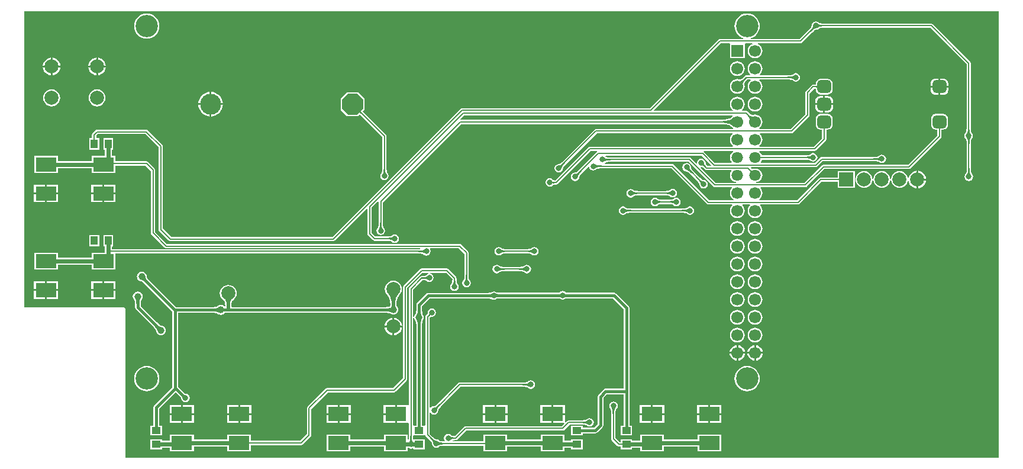
<source format=gtl>
G04*
G04 #@! TF.GenerationSoftware,Altium Limited,Altium Designer,21.0.8 (223)*
G04*
G04 Layer_Physical_Order=1*
G04 Layer_Color=255*
%FSLAX44Y44*%
%MOMM*%
G71*
G04*
G04 #@! TF.SameCoordinates,CF40DC4F-38BD-4AEA-854D-D5A68E69FAB1*
G04*
G04*
G04 #@! TF.FilePolarity,Positive*
G04*
G01*
G75*
%ADD11C,0.2000*%
%ADD28R,1.2500X1.0000*%
%ADD29R,1.0000X1.2500*%
%ADD30R,3.0000X2.0000*%
%ADD31C,0.4000*%
%ADD32C,0.6000*%
%ADD33C,2.0000*%
%ADD34R,2.0000X2.0000*%
%ADD35P,3.2472X8X202.5*%
%ADD36C,3.0000*%
%ADD37C,1.7000*%
%ADD38O,1.7000X1.5000*%
%ADD39R,1.7000X1.7000*%
G04:AMPARAMS|DCode=40|XSize=1.8mm|YSize=2mm|CornerRadius=0.45mm|HoleSize=0mm|Usage=FLASHONLY|Rotation=270.000|XOffset=0mm|YOffset=0mm|HoleType=Round|Shape=RoundedRectangle|*
%AMROUNDEDRECTD40*
21,1,1.8000,1.1000,0,0,270.0*
21,1,0.9000,2.0000,0,0,270.0*
1,1,0.9000,-0.5500,-0.4500*
1,1,0.9000,-0.5500,0.4500*
1,1,0.9000,0.5500,0.4500*
1,1,0.9000,0.5500,-0.4500*
%
%ADD40ROUNDEDRECTD40*%
%ADD41C,10.0000*%
%ADD42C,5.0000*%
%ADD43C,0.8000*%
%ADD44C,1.0000*%
%ADD45C,3.2000*%
%ADD46C,15.0000*%
G36*
X1396941Y3059D02*
X148059Y3059D01*
Y215500D01*
X147826Y216670D01*
X147163Y217663D01*
X146171Y218326D01*
X145000Y218559D01*
X3059D01*
X3059Y641941D01*
X1396941D01*
X1396941Y3059D01*
D02*
G37*
%LPC*%
G36*
X178190Y638547D02*
X174661Y638200D01*
X171268Y637170D01*
X168141Y635499D01*
X165401Y633250D01*
X163151Y630509D01*
X161480Y627382D01*
X160450Y623989D01*
X160103Y620460D01*
X160450Y616931D01*
X161480Y613538D01*
X163151Y610411D01*
X165401Y607671D01*
X168141Y605421D01*
X171268Y603750D01*
X174661Y602720D01*
X178190Y602373D01*
X181719Y602720D01*
X185112Y603750D01*
X188239Y605421D01*
X190979Y607671D01*
X193229Y610411D01*
X194900Y613538D01*
X195930Y616931D01*
X196277Y620460D01*
X195930Y623989D01*
X194900Y627382D01*
X193229Y630509D01*
X190979Y633250D01*
X188239Y635499D01*
X185112Y637170D01*
X181719Y638200D01*
X178190Y638547D01*
D02*
G37*
G36*
X108270Y575231D02*
Y564020D01*
X119481D01*
X119217Y566024D01*
X117954Y569074D01*
X115944Y571694D01*
X113324Y573704D01*
X110274Y574967D01*
X108270Y575231D01*
D02*
G37*
G36*
X43270Y575231D02*
Y564020D01*
X54481D01*
X54217Y566024D01*
X52954Y569074D01*
X50944Y571694D01*
X48324Y573704D01*
X45274Y574967D01*
X43270Y575231D01*
D02*
G37*
G36*
X40730Y575231D02*
X38726Y574967D01*
X35676Y573704D01*
X33056Y571694D01*
X31046Y569074D01*
X29783Y566024D01*
X29519Y564020D01*
X40730D01*
Y575231D01*
D02*
G37*
G36*
X105730D02*
X103726Y574967D01*
X100676Y573704D01*
X98056Y571694D01*
X96046Y569074D01*
X94783Y566024D01*
X94519Y564020D01*
X105730D01*
Y575231D01*
D02*
G37*
G36*
X40730Y561480D02*
X29519D01*
X29783Y559476D01*
X31046Y556426D01*
X33056Y553806D01*
X35676Y551796D01*
X38726Y550533D01*
X40730Y550269D01*
Y561480D01*
D02*
G37*
G36*
X119481D02*
X108270D01*
Y550269D01*
X110274Y550533D01*
X113324Y551796D01*
X115944Y553806D01*
X117954Y556426D01*
X119217Y559476D01*
X119481Y561480D01*
D02*
G37*
G36*
X105730D02*
X94519D01*
X94783Y559476D01*
X96046Y556426D01*
X98056Y553806D01*
X100676Y551796D01*
X103726Y550533D01*
X105730Y550269D01*
Y561480D01*
D02*
G37*
G36*
X54481D02*
X43270D01*
Y550269D01*
X45274Y550533D01*
X48324Y551796D01*
X50944Y553806D01*
X52954Y556426D01*
X54217Y559476D01*
X54481Y561480D01*
D02*
G37*
G36*
X1023250Y570091D02*
X1020509Y569730D01*
X1017955Y568672D01*
X1015761Y566989D01*
X1014078Y564795D01*
X1013020Y562241D01*
X1012659Y559500D01*
X1013020Y556759D01*
X1014078Y554205D01*
X1015761Y552011D01*
X1017955Y550328D01*
X1020509Y549270D01*
X1023250Y548909D01*
X1025991Y549270D01*
X1028545Y550328D01*
X1030739Y552011D01*
X1032422Y554205D01*
X1033480Y556759D01*
X1033841Y559500D01*
X1033480Y562241D01*
X1032422Y564795D01*
X1030739Y566989D01*
X1028545Y568672D01*
X1025991Y569730D01*
X1023250Y570091D01*
D02*
G37*
G36*
X1048650D02*
X1045909Y569730D01*
X1043355Y568672D01*
X1041161Y566989D01*
X1039478Y564795D01*
X1038420Y562241D01*
X1038059Y559500D01*
X1038420Y556759D01*
X1039478Y554205D01*
X1041161Y552011D01*
X1042051Y551329D01*
X1041620Y550059D01*
X1036150D01*
X1034979Y549826D01*
X1033987Y549163D01*
X1033987Y549163D01*
X1032964Y548140D01*
X1032768Y547949D01*
X1030534Y545977D01*
X1029601Y545259D01*
X1028767Y544694D01*
X1028063Y544294D01*
X1027517Y544057D01*
X1027163Y543961D01*
X1027035Y543954D01*
X1026777Y544010D01*
X1026763Y544010D01*
X1025991Y544330D01*
X1023250Y544691D01*
X1020509Y544330D01*
X1017955Y543272D01*
X1015761Y541589D01*
X1014078Y539395D01*
X1013020Y536841D01*
X1012659Y534100D01*
X1013020Y531359D01*
X1014078Y528805D01*
X1015761Y526611D01*
X1017955Y524928D01*
X1020509Y523870D01*
X1023250Y523509D01*
X1025991Y523870D01*
X1028545Y524928D01*
X1030739Y526611D01*
X1032422Y528805D01*
X1033480Y531359D01*
X1033841Y534100D01*
X1033480Y536841D01*
X1033160Y537613D01*
X1033160Y537627D01*
X1033103Y537885D01*
X1033111Y538013D01*
X1033206Y538367D01*
X1033444Y538913D01*
X1033844Y539617D01*
X1034382Y540411D01*
X1037113Y543633D01*
X1037291Y543815D01*
X1037417Y543941D01*
X1042141D01*
X1042572Y542671D01*
X1041161Y541589D01*
X1039478Y539395D01*
X1038420Y536841D01*
X1038059Y534100D01*
X1038420Y531359D01*
X1039478Y528805D01*
X1041161Y526611D01*
X1043355Y524928D01*
X1045909Y523870D01*
X1048650Y523509D01*
X1051391Y523870D01*
X1053945Y524928D01*
X1056139Y526611D01*
X1057822Y528805D01*
X1058880Y531359D01*
X1059241Y534100D01*
X1058880Y536841D01*
X1057822Y539395D01*
X1056139Y541589D01*
X1055028Y542441D01*
D01*
X1054728Y542671D01*
X1055159Y543941D01*
X1096517D01*
X1097668Y543893D01*
X1099782Y543689D01*
X1100605Y543550D01*
X1101312Y543384D01*
X1101877Y543205D01*
X1102292Y543026D01*
X1102535Y542883D01*
X1102674Y542674D01*
X1104659Y541348D01*
X1107000Y540882D01*
X1109341Y541348D01*
X1111326Y542674D01*
X1112652Y544659D01*
X1113118Y547000D01*
X1112652Y549341D01*
X1111326Y551326D01*
X1109341Y552652D01*
X1107000Y553117D01*
X1104659Y552652D01*
X1102674Y551326D01*
X1102535Y551117D01*
X1102292Y550974D01*
X1101878Y550795D01*
X1101312Y550616D01*
X1100605Y550450D01*
X1099802Y550314D01*
X1096465Y550059D01*
X1055680D01*
X1055249Y551329D01*
X1056139Y552011D01*
X1057822Y554205D01*
X1058880Y556759D01*
X1059241Y559500D01*
X1058880Y562241D01*
X1057822Y564795D01*
X1056139Y566989D01*
X1053945Y568672D01*
X1051391Y569730D01*
X1048650Y570091D01*
D02*
G37*
G36*
X1318005Y545235D02*
X1313775D01*
Y534904D01*
X1325106D01*
Y538134D01*
X1324864Y539972D01*
X1324155Y541684D01*
X1323026Y543155D01*
X1321556Y544283D01*
X1319843Y544993D01*
X1318005Y545235D01*
D02*
G37*
G36*
X1311235D02*
X1307005D01*
X1305167Y544993D01*
X1303455Y544283D01*
X1301984Y543155D01*
X1300856Y541684D01*
X1300146Y539972D01*
X1299904Y538134D01*
Y534904D01*
X1311235D01*
Y545235D01*
D02*
G37*
G36*
X1325106Y532364D02*
X1313775D01*
Y522033D01*
X1318005D01*
X1319843Y522275D01*
X1321556Y522985D01*
X1323026Y524113D01*
X1324155Y525584D01*
X1324864Y527296D01*
X1325106Y529134D01*
Y532364D01*
D02*
G37*
G36*
X1311235D02*
X1299904D01*
Y529134D01*
X1300146Y527296D01*
X1300856Y525584D01*
X1301984Y524113D01*
X1303455Y522985D01*
X1305167Y522275D01*
X1307005Y522033D01*
X1311235D01*
Y532364D01*
D02*
G37*
G36*
X270755Y526249D02*
Y510019D01*
X286985D01*
X286771Y512188D01*
X285768Y515494D01*
X284139Y518541D01*
X281948Y521212D01*
X279277Y523404D01*
X276230Y525032D01*
X272923Y526035D01*
X270755Y526249D01*
D02*
G37*
G36*
X268215Y526249D02*
X266047Y526035D01*
X262740Y525032D01*
X259693Y523404D01*
X257022Y521212D01*
X254830Y518541D01*
X253202Y515494D01*
X252199Y512188D01*
X251985Y510019D01*
X268215D01*
Y526249D01*
D02*
G37*
G36*
X1153005Y520235D02*
X1148775D01*
Y509904D01*
X1160106D01*
Y513134D01*
X1159864Y514972D01*
X1159155Y516684D01*
X1158026Y518155D01*
X1156556Y519283D01*
X1154843Y519993D01*
X1153005Y520235D01*
D02*
G37*
G36*
X1146235D02*
X1142005D01*
X1140167Y519993D01*
X1138455Y519283D01*
X1136984Y518155D01*
X1135856Y516684D01*
X1135147Y514972D01*
X1134905Y513134D01*
Y509904D01*
X1146235D01*
Y520235D01*
D02*
G37*
G36*
X107000Y529854D02*
X103867Y529441D01*
X100948Y528232D01*
X98441Y526308D01*
X96518Y523802D01*
X95309Y520883D01*
X94896Y517750D01*
X95309Y514617D01*
X96518Y511698D01*
X98441Y509191D01*
X100948Y507268D01*
X103867Y506059D01*
X107000Y505646D01*
X110133Y506059D01*
X113052Y507268D01*
X115559Y509191D01*
X117482Y511698D01*
X118691Y514617D01*
X119103Y517750D01*
X118691Y520883D01*
X117482Y523802D01*
X115559Y526308D01*
X113052Y528232D01*
X110133Y529441D01*
X107000Y529854D01*
D02*
G37*
G36*
X42000D02*
X38867Y529441D01*
X35948Y528232D01*
X33442Y526308D01*
X31518Y523802D01*
X30309Y520883D01*
X29896Y517750D01*
X30309Y514617D01*
X31518Y511698D01*
X33442Y509191D01*
X35948Y507268D01*
X38867Y506059D01*
X42000Y505646D01*
X45133Y506059D01*
X48052Y507268D01*
X50559Y509191D01*
X52482Y511698D01*
X53691Y514617D01*
X54103Y517750D01*
X53691Y520883D01*
X52482Y523802D01*
X50559Y526308D01*
X48052Y528232D01*
X45133Y529441D01*
X42000Y529854D01*
D02*
G37*
G36*
X1048650Y519291D02*
X1045909Y518930D01*
X1043355Y517872D01*
X1041161Y516189D01*
X1039478Y513995D01*
X1038420Y511441D01*
X1038059Y508700D01*
X1038420Y505959D01*
X1039478Y503405D01*
X1041161Y501211D01*
X1043355Y499528D01*
X1045909Y498470D01*
X1048650Y498109D01*
X1051391Y498470D01*
X1053945Y499528D01*
X1056139Y501211D01*
X1057822Y503405D01*
X1058880Y505959D01*
X1059241Y508700D01*
X1058880Y511441D01*
X1057822Y513995D01*
X1056139Y516189D01*
X1053945Y517872D01*
X1051391Y518930D01*
X1048650Y519291D01*
D02*
G37*
G36*
X1160106Y507364D02*
X1148775D01*
Y497033D01*
X1153005D01*
X1154843Y497275D01*
X1156556Y497985D01*
X1158026Y499113D01*
X1159155Y500584D01*
X1159864Y502296D01*
X1160106Y504134D01*
Y507364D01*
D02*
G37*
G36*
X1146235D02*
X1134905D01*
Y504134D01*
X1135147Y502296D01*
X1135856Y500584D01*
X1136984Y499113D01*
X1138455Y497985D01*
X1140167Y497275D01*
X1142005Y497033D01*
X1146235D01*
Y507364D01*
D02*
G37*
G36*
X286985Y507479D02*
X270755D01*
Y491249D01*
X272923Y491463D01*
X276230Y492466D01*
X279277Y494095D01*
X281948Y496286D01*
X284139Y498957D01*
X285768Y502004D01*
X286771Y505311D01*
X286985Y507479D01*
D02*
G37*
G36*
X268215D02*
X251985D01*
X252199Y505311D01*
X253202Y502004D01*
X254830Y498957D01*
X257022Y496286D01*
X259693Y494095D01*
X262740Y492466D01*
X266047Y491463D01*
X268215Y491249D01*
Y507479D01*
D02*
G37*
G36*
X130016Y460250D02*
X116016D01*
Y443750D01*
X117918D01*
Y434647D01*
X99000D01*
Y427745D01*
X51000D01*
Y434647D01*
X17000D01*
Y410647D01*
X51000D01*
Y417549D01*
X99000D01*
Y410647D01*
X133000D01*
Y420941D01*
X176483D01*
X184191Y413233D01*
Y324500D01*
X184191Y324500D01*
X184424Y323330D01*
X185087Y322337D01*
X203837Y303587D01*
X203837Y303587D01*
X204829Y302924D01*
X205409Y302809D01*
X206000Y302691D01*
X569136D01*
X569185Y301421D01*
X567715Y301309D01*
X128328D01*
X128275Y304344D01*
X129165Y305250D01*
X130016D01*
Y321750D01*
X116016D01*
Y305250D01*
X118062D01*
X118166Y299286D01*
X118072Y296294D01*
X99000D01*
Y289392D01*
X51000D01*
Y296294D01*
X17000D01*
Y272294D01*
X51000D01*
Y279196D01*
X99000D01*
Y272294D01*
X133000D01*
Y295191D01*
X567767D01*
X568918Y295143D01*
X571032Y294939D01*
X571855Y294800D01*
X572562Y294634D01*
X573128Y294455D01*
X573542Y294277D01*
X573785Y294133D01*
X573924Y293924D01*
X575909Y292598D01*
X578250Y292132D01*
X580591Y292598D01*
X582576Y293924D01*
X583902Y295909D01*
X584367Y298250D01*
X583902Y300591D01*
X583735Y300841D01*
X583347Y301421D01*
X584026Y302691D01*
X624733D01*
X632691Y294733D01*
Y263233D01*
X632643Y262082D01*
X632439Y259968D01*
X632300Y259146D01*
X632134Y258437D01*
X631955Y257873D01*
X631777Y257458D01*
X631633Y257215D01*
X631424Y257076D01*
X630098Y255091D01*
X629632Y252750D01*
X630098Y250409D01*
X631424Y248424D01*
X633409Y247098D01*
X635750Y246632D01*
X638091Y247098D01*
X640076Y248424D01*
X641402Y250409D01*
X641868Y252750D01*
X641402Y255091D01*
X640076Y257076D01*
X639867Y257215D01*
X639724Y257458D01*
X639545Y257873D01*
X639366Y258438D01*
X639200Y259145D01*
X639064Y259948D01*
X638809Y263285D01*
Y296000D01*
X638809Y296000D01*
X638576Y297171D01*
X637913Y298163D01*
X637913Y298163D01*
X628163Y307913D01*
X627170Y308576D01*
X626000Y308809D01*
X626000Y308809D01*
X207267D01*
X190309Y325767D01*
Y414500D01*
X190076Y415671D01*
X189413Y416663D01*
X179913Y426163D01*
X178920Y426826D01*
X177750Y427059D01*
X177750Y427059D01*
X133000D01*
Y434647D01*
X128114D01*
Y443750D01*
X130016D01*
Y460250D01*
D02*
G37*
G36*
X1279530Y413481D02*
X1277526Y413217D01*
X1274476Y411954D01*
X1271856Y409944D01*
X1269846Y407324D01*
X1269298Y406000D01*
X1268583Y404274D01*
X1268468Y403403D01*
X1267187D01*
X1267091Y404133D01*
Y404133D01*
D01*
X1265882Y407052D01*
X1263959Y409558D01*
X1261452Y411482D01*
X1258533Y412691D01*
X1255400Y413104D01*
X1252267Y412691D01*
X1249348Y411482D01*
X1246842Y409558D01*
X1244918Y407052D01*
X1243709Y404133D01*
X1243456Y402216D01*
D01*
X1243416Y401904D01*
X1243340Y401335D01*
X1242060D01*
X1241984Y401904D01*
X1241944Y402216D01*
D01*
X1241691Y404133D01*
X1240482Y407052D01*
X1238559Y409558D01*
X1236052Y411482D01*
X1233133Y412691D01*
X1230000Y413104D01*
X1226867Y412691D01*
X1223948Y411482D01*
X1221441Y409558D01*
X1219518Y407052D01*
X1218309Y404133D01*
X1218056Y402216D01*
D01*
X1218016Y401904D01*
X1217940Y401335D01*
X1216660D01*
X1216584Y401904D01*
X1216544Y402216D01*
D01*
X1216291Y404133D01*
X1215082Y407052D01*
X1213158Y409558D01*
X1210652Y411482D01*
X1207733Y412691D01*
X1204600Y413104D01*
X1201467Y412691D01*
X1198548Y411482D01*
X1196041Y409558D01*
X1194118Y407052D01*
X1192909Y404133D01*
X1192700Y402546D01*
X1192496Y401000D01*
X1192700Y399454D01*
X1192813Y398597D01*
X1192909Y397867D01*
X1194118Y394948D01*
X1196041Y392441D01*
X1198548Y390518D01*
X1201467Y389309D01*
X1204600Y388896D01*
X1207733Y389309D01*
X1210652Y390518D01*
X1213158Y392441D01*
X1215082Y394948D01*
X1216291Y397867D01*
X1216544Y399785D01*
D01*
X1216584Y400096D01*
X1216660Y400666D01*
X1217940D01*
X1218016Y400096D01*
X1218056Y399785D01*
D01*
X1218309Y397867D01*
X1219518Y394948D01*
X1221441Y392441D01*
X1223948Y390518D01*
X1226867Y389309D01*
X1230000Y388896D01*
X1233133Y389309D01*
X1236052Y390518D01*
X1238559Y392441D01*
X1240482Y394948D01*
X1241691Y397867D01*
X1241944Y399785D01*
D01*
X1241984Y400096D01*
X1242060Y400666D01*
X1243340D01*
X1243416Y400096D01*
X1243456Y399785D01*
D01*
X1243709Y397867D01*
X1244918Y394948D01*
X1246842Y392441D01*
X1249348Y390518D01*
X1252267Y389309D01*
X1255400Y388896D01*
X1258533Y389309D01*
X1261452Y390518D01*
X1263959Y392441D01*
X1265882Y394948D01*
X1267091Y397867D01*
Y397867D01*
X1267187Y398597D01*
X1268468D01*
X1268583Y397726D01*
X1269846Y394676D01*
X1271856Y392056D01*
X1274476Y390046D01*
X1277526Y388783D01*
X1279530Y388519D01*
Y401000D01*
Y413481D01*
D02*
G37*
G36*
X1282070D02*
Y402270D01*
X1293281D01*
X1293017Y404274D01*
X1291754Y407324D01*
X1289744Y409944D01*
X1287124Y411954D01*
X1284074Y413217D01*
X1282070Y413481D01*
D02*
G37*
G36*
X481015Y525749D02*
X464015D01*
X455515Y517249D01*
Y500249D01*
X464015Y491749D01*
X481015D01*
X483102Y493836D01*
X515191Y461747D01*
Y416483D01*
X515143Y415332D01*
X514939Y413218D01*
X514800Y412395D01*
X514634Y411688D01*
X514455Y411123D01*
X514276Y410708D01*
X514133Y410465D01*
X513924Y410326D01*
X512598Y408341D01*
X512132Y406000D01*
X512598Y403659D01*
X513924Y401674D01*
X515909Y400348D01*
X518250Y399883D01*
X520591Y400348D01*
X522576Y401674D01*
X523902Y403659D01*
X524367Y406000D01*
X523902Y408341D01*
X522576Y410326D01*
X522367Y410465D01*
X522224Y410708D01*
X522045Y411123D01*
X521866Y411688D01*
X521700Y412395D01*
X521564Y413198D01*
X521309Y416535D01*
Y463014D01*
X521076Y464185D01*
X520413Y465177D01*
X520413Y465177D01*
X487428Y498162D01*
X489515Y500249D01*
Y517249D01*
X481015Y525749D01*
D02*
G37*
G36*
X1037190Y638547D02*
X1033661Y638200D01*
X1030268Y637170D01*
X1027141Y635499D01*
X1024400Y633250D01*
X1022151Y630509D01*
X1020480Y627382D01*
X1019450Y623989D01*
X1019103Y620460D01*
X1019450Y616931D01*
X1020480Y613538D01*
X1022151Y610411D01*
X1024400Y607671D01*
X1027141Y605421D01*
X1030268Y603750D01*
X1031656Y603329D01*
X1031468Y602059D01*
X998500D01*
X998500Y602059D01*
X997329Y601826D01*
X996337Y601163D01*
X996337Y601163D01*
X898233Y503059D01*
X629093D01*
X627923Y502826D01*
X626930Y502163D01*
X443576Y318809D01*
X393500D01*
X213267Y318809D01*
X201309Y330767D01*
Y448500D01*
X201076Y449670D01*
X200413Y450663D01*
X179663Y471413D01*
X178671Y472076D01*
X177500Y472309D01*
X177500Y472309D01*
X107000D01*
X105829Y472076D01*
X104837Y471413D01*
X104837Y471413D01*
X100587Y467163D01*
X99924Y466171D01*
X99691Y465000D01*
X99691Y465000D01*
Y460250D01*
X96016D01*
Y443750D01*
X110016D01*
Y460250D01*
X105809D01*
Y463733D01*
X108267Y466191D01*
X176233D01*
X195191Y447233D01*
Y329500D01*
X195191Y329500D01*
X195424Y328330D01*
X196087Y327337D01*
X209837Y313587D01*
X209837Y313587D01*
X210830Y312924D01*
X212000Y312691D01*
X393500Y312691D01*
X444843D01*
X444843Y312691D01*
X446014Y312924D01*
X447006Y313587D01*
X492555Y359137D01*
D01*
X492768Y359349D01*
X493941Y358863D01*
Y323500D01*
X493941Y323500D01*
X494174Y322329D01*
X494837Y321337D01*
X501837Y314337D01*
X501837Y314337D01*
X502830Y313674D01*
X504000Y313441D01*
X504000Y313441D01*
X522517D01*
X523668Y313393D01*
X525782Y313189D01*
X526605Y313050D01*
X527312Y312884D01*
X527877Y312705D01*
X528292Y312526D01*
X528535Y312383D01*
X528674Y312174D01*
X530659Y310848D01*
X533000Y310382D01*
X535341Y310848D01*
X537326Y312174D01*
X538652Y314159D01*
X539118Y316500D01*
X538652Y318841D01*
X537326Y320826D01*
X535341Y322152D01*
X533000Y322617D01*
X530659Y322152D01*
X528674Y320826D01*
X528535Y320617D01*
X528292Y320474D01*
X527878Y320295D01*
X527312Y320116D01*
X526605Y319950D01*
X525802Y319814D01*
X522465Y319559D01*
X505267D01*
X500059Y324767D01*
Y360983D01*
X508441Y369366D01*
X508671Y369595D01*
X509941Y369069D01*
Y338233D01*
X509893Y337082D01*
X509689Y334968D01*
X509550Y334145D01*
X509384Y333438D01*
X509205Y332873D01*
X509026Y332458D01*
X508883Y332215D01*
X508674Y332076D01*
X507348Y330091D01*
X506883Y327750D01*
X507348Y325409D01*
X508674Y323424D01*
X510659Y322098D01*
X513000Y321632D01*
X515341Y322098D01*
X517326Y323424D01*
X518652Y325409D01*
X519118Y327750D01*
X518652Y330091D01*
X517326Y332076D01*
X517117Y332215D01*
X516973Y332458D01*
X516795Y332873D01*
X516616Y333438D01*
X516450Y334145D01*
X516314Y334948D01*
X516059Y338285D01*
Y368483D01*
X627817Y480241D01*
X998308D01*
X1003089Y480067D01*
X1005390Y479831D01*
X1007502Y479503D01*
X1009403Y479086D01*
X1011090Y478587D01*
X1012562Y478012D01*
X1013819Y477370D01*
X1014867Y476670D01*
X1015594Y476030D01*
X1015761Y475811D01*
X1017368Y474579D01*
X1016936Y473309D01*
X821000D01*
X821000Y473309D01*
X819829Y473076D01*
X818837Y472413D01*
X772999Y426575D01*
X772152Y425796D01*
X770512Y424445D01*
X769833Y423962D01*
X769215Y423578D01*
X768689Y423306D01*
X768269Y423139D01*
X767996Y423069D01*
X767750Y423117D01*
X765409Y422652D01*
X763424Y421326D01*
X762098Y419341D01*
X761633Y417000D01*
X762098Y414659D01*
X763424Y412674D01*
X765409Y411348D01*
X767750Y410882D01*
X770091Y411348D01*
X772076Y412674D01*
X773402Y414659D01*
X773867Y417000D01*
X773819Y417247D01*
X773888Y417519D01*
X774056Y417939D01*
X774328Y418465D01*
X774712Y419083D01*
X775183Y419746D01*
X777362Y422286D01*
X822267Y467191D01*
X1016024D01*
X1016455Y465921D01*
X1015761Y465389D01*
X1014078Y463195D01*
X1013020Y460641D01*
X1012659Y457900D01*
X1013020Y455159D01*
X1014078Y452605D01*
X1015761Y450411D01*
X1017172Y449329D01*
X1016741Y448059D01*
X812000D01*
X812000Y448059D01*
X810829Y447826D01*
X809837Y447163D01*
X809837Y447163D01*
X762483Y399809D01*
X761394Y399846D01*
X760315Y399941D01*
X760057Y399981D01*
X759326Y401076D01*
X757341Y402402D01*
X755000Y402868D01*
X752659Y402402D01*
X750674Y401076D01*
X749348Y399091D01*
X748882Y396750D01*
X749348Y394409D01*
X750674Y392424D01*
X752659Y391098D01*
X755000Y390633D01*
X757341Y391098D01*
X759326Y392424D01*
X760044Y393499D01*
X762726Y393691D01*
X763750D01*
X763750Y393691D01*
X764921Y393924D01*
X765913Y394587D01*
X813267Y441941D01*
X822637D01*
X822691Y441804D01*
X822848Y440671D01*
X822504Y440441D01*
D01*
X822087Y440163D01*
X822087Y440163D01*
X796499Y414575D01*
X795652Y413796D01*
X794013Y412445D01*
X793333Y411962D01*
X792715Y411578D01*
X792189Y411306D01*
X791769Y411138D01*
X791496Y411068D01*
X791250Y411118D01*
X788909Y410652D01*
X786924Y409326D01*
X785598Y407341D01*
X785133Y405000D01*
X785598Y402659D01*
X786924Y400674D01*
X788909Y399348D01*
X791250Y398882D01*
X793591Y399348D01*
X795576Y400674D01*
X796902Y402659D01*
X797367Y405000D01*
X797318Y405247D01*
X797389Y405519D01*
X797556Y405939D01*
X797828Y406465D01*
X798212Y407083D01*
X798683Y407746D01*
X800862Y410286D01*
X809556Y418980D01*
D01*
X809752Y419176D01*
X811130Y418758D01*
X811348Y417659D01*
X812674Y415674D01*
X814659Y414348D01*
X817000Y413882D01*
X819341Y414348D01*
X821326Y415674D01*
X821465Y415883D01*
X821708Y416026D01*
X822122Y416205D01*
X822688Y416384D01*
X823395Y416550D01*
X824198Y416686D01*
X827535Y416941D01*
X928983D01*
X956087Y389837D01*
X956087Y389837D01*
X979837Y366087D01*
X980829Y365424D01*
X982000Y365191D01*
X1015614D01*
X1016022Y363989D01*
X1015761Y363789D01*
X1014078Y361595D01*
X1013020Y359041D01*
X1012659Y356300D01*
X1013020Y353559D01*
X1014078Y351005D01*
X1015761Y348811D01*
X1017955Y347128D01*
X1020509Y346070D01*
X1023250Y345709D01*
X1025991Y346070D01*
X1028545Y347128D01*
X1030739Y348811D01*
X1032422Y351005D01*
X1033480Y353559D01*
X1033841Y356300D01*
X1033480Y359041D01*
X1032422Y361595D01*
X1030814Y363691D01*
X1030739Y363789D01*
X1030478Y363989D01*
X1030886Y365191D01*
X1041014D01*
X1041422Y363989D01*
X1041161Y363789D01*
X1039478Y361595D01*
X1038420Y359041D01*
X1038059Y356300D01*
X1038420Y353559D01*
X1039478Y351005D01*
X1041161Y348811D01*
X1043355Y347128D01*
X1045909Y346070D01*
X1048650Y345709D01*
X1051391Y346070D01*
X1053945Y347128D01*
X1056139Y348811D01*
X1057822Y351005D01*
X1058880Y353559D01*
X1059241Y356300D01*
X1058880Y359041D01*
X1057822Y361595D01*
X1056214Y363691D01*
X1056139Y363789D01*
X1055878Y363989D01*
X1056286Y365191D01*
X1110000D01*
X1110000Y365191D01*
X1111171Y365424D01*
X1112163Y366087D01*
X1144017Y397941D01*
X1167200D01*
Y389000D01*
X1191200D01*
Y399356D01*
Y402645D01*
Y413000D01*
X1167200D01*
Y404059D01*
X1142750D01*
X1142750Y404059D01*
X1141580Y403826D01*
X1140587Y403163D01*
X1108733Y371309D01*
X1054548D01*
X1054002Y372447D01*
X1054011Y372579D01*
X1056139Y374211D01*
X1057822Y376405D01*
X1058880Y378959D01*
X1059241Y381700D01*
X1058880Y384441D01*
X1057822Y386995D01*
X1057536Y387368D01*
X1056520Y388691D01*
X1056344Y388921D01*
X1056749Y390191D01*
X1120750D01*
X1120750Y390191D01*
X1121920Y390424D01*
X1122913Y391087D01*
X1147767Y415941D01*
X1269000D01*
X1269000Y415941D01*
X1270171Y416174D01*
X1271163Y416837D01*
X1314668Y460342D01*
X1314668Y460342D01*
X1315331Y461335D01*
X1315564Y462505D01*
X1315564Y462505D01*
Y472578D01*
X1318005D01*
X1319702Y472801D01*
X1321283Y473456D01*
X1322641Y474498D01*
X1323683Y475856D01*
X1324338Y477437D01*
X1324561Y479134D01*
Y488134D01*
X1324338Y489831D01*
X1323683Y491412D01*
X1322641Y492770D01*
X1321283Y493812D01*
X1319702Y494467D01*
X1318005Y494690D01*
X1307005D01*
X1305308Y494467D01*
X1303727Y493812D01*
X1302369Y492770D01*
X1301328Y491412D01*
X1300672Y489831D01*
X1300449Y488134D01*
Y479134D01*
X1300672Y477437D01*
X1301328Y475856D01*
X1302369Y474498D01*
X1303727Y473456D01*
X1305308Y472801D01*
X1307005Y472578D01*
X1309447D01*
Y463772D01*
X1267733Y422059D01*
X1146500D01*
X1145330Y421826D01*
X1144337Y421163D01*
X1144337Y421163D01*
X1119483Y396309D01*
X1050194D01*
X1050111Y397579D01*
X1051858Y397809D01*
D01*
X1052130Y397845D01*
X1054441Y398802D01*
X1056425Y400325D01*
X1057948Y402309D01*
X1058905Y404620D01*
X1059232Y407100D01*
X1058905Y409580D01*
X1057948Y411891D01*
X1056425Y413875D01*
X1054441Y415398D01*
X1052130Y416356D01*
X1049650Y416682D01*
X1047650D01*
X1045170Y416356D01*
X1044152Y415934D01*
X1044079Y415997D01*
X1042770Y417305D01*
D01*
X1042558Y417518D01*
X1043044Y418691D01*
X1135500D01*
X1135500Y418691D01*
X1136671Y418924D01*
X1137663Y419587D01*
X1145267Y427191D01*
X1218984D01*
X1220791Y427147D01*
X1222916Y426962D01*
X1223752Y426834D01*
X1224470Y426681D01*
X1225042Y426515D01*
X1225458Y426351D01*
X1225613Y426266D01*
X1225674Y426174D01*
X1227659Y424848D01*
X1230000Y424383D01*
X1232341Y424848D01*
X1234326Y426174D01*
X1235652Y428159D01*
X1236117Y430500D01*
X1235652Y432841D01*
X1234326Y434826D01*
X1232341Y436152D01*
X1230000Y436618D01*
X1227659Y436152D01*
X1225674Y434826D01*
X1225437Y434471D01*
X1225337Y434377D01*
X1225118Y434236D01*
X1224740Y434062D01*
X1224205Y433881D01*
X1223520Y433713D01*
X1222735Y433574D01*
X1219403Y433309D01*
X1144000D01*
X1142829Y433076D01*
X1141837Y432413D01*
X1141837Y432413D01*
X1138355Y428931D01*
X1134233Y424809D01*
X1057186D01*
X1056697Y426079D01*
X1057948Y427709D01*
X1058666Y429441D01*
X1120734D01*
X1122541Y429397D01*
X1124666Y429212D01*
X1125502Y429084D01*
X1126220Y428931D01*
X1126792Y428765D01*
X1127208Y428601D01*
X1127363Y428516D01*
X1127424Y428424D01*
X1129409Y427098D01*
X1131750Y426632D01*
X1134091Y427098D01*
X1136076Y428424D01*
X1137402Y430409D01*
X1137868Y432750D01*
X1137402Y435091D01*
X1136076Y437076D01*
X1134091Y438402D01*
X1131750Y438868D01*
X1129409Y438402D01*
X1127424Y437076D01*
X1127187Y436721D01*
X1127087Y436627D01*
X1126868Y436486D01*
X1126490Y436312D01*
X1125955Y436131D01*
X1125270Y435963D01*
X1124485Y435824D01*
X1121153Y435559D01*
X1058666D01*
X1057948Y437291D01*
X1056425Y439275D01*
X1054906Y440441D01*
X1054606Y440671D01*
X1054655Y441271D01*
X1054957Y441941D01*
X1134000D01*
X1134000Y441941D01*
X1135171Y442174D01*
X1136163Y442837D01*
X1149668Y456342D01*
X1149668Y456343D01*
X1150331Y457335D01*
X1150564Y458505D01*
X1150564Y458506D01*
Y472578D01*
X1153005D01*
X1154702Y472801D01*
X1156283Y473456D01*
X1157641Y474498D01*
X1158683Y475856D01*
X1159338Y477437D01*
X1159561Y479134D01*
Y488134D01*
X1159338Y489831D01*
X1158683Y491412D01*
X1157641Y492770D01*
X1156283Y493812D01*
X1154702Y494467D01*
X1153005Y494690D01*
X1142005D01*
X1140309Y494467D01*
X1138727Y493812D01*
X1137370Y492770D01*
X1136328Y491412D01*
X1135673Y489831D01*
X1135449Y488134D01*
Y479134D01*
X1135673Y477437D01*
X1136328Y475856D01*
X1137370Y474498D01*
X1138727Y473456D01*
X1140309Y472801D01*
X1142005Y472578D01*
X1144447D01*
Y459772D01*
X1132733Y448059D01*
X1055159D01*
X1054728Y449329D01*
X1056139Y450411D01*
X1057822Y452605D01*
X1058880Y455159D01*
X1059241Y457900D01*
X1058880Y460641D01*
X1057822Y463195D01*
X1056139Y465389D01*
X1055445Y465921D01*
X1055876Y467191D01*
X1100750D01*
X1100750Y467191D01*
X1101921Y467424D01*
X1102913Y468087D01*
X1125663Y490837D01*
X1126326Y491829D01*
X1126559Y493000D01*
X1126559Y493000D01*
Y523983D01*
X1133151Y530575D01*
X1135449D01*
Y529134D01*
X1135673Y527437D01*
X1136328Y525856D01*
X1137370Y524498D01*
X1138727Y523456D01*
X1140309Y522801D01*
X1142005Y522578D01*
X1153005D01*
X1154702Y522801D01*
X1156283Y523456D01*
X1157641Y524498D01*
X1158683Y525856D01*
X1159338Y527437D01*
X1159561Y529134D01*
Y538134D01*
X1159338Y539831D01*
X1158683Y541412D01*
X1157641Y542770D01*
X1156283Y543812D01*
X1154702Y544467D01*
X1153005Y544690D01*
X1142005D01*
X1140309Y544467D01*
X1138727Y543812D01*
X1137370Y542770D01*
X1136328Y541412D01*
X1135673Y539831D01*
X1135449Y538134D01*
Y536693D01*
X1131884D01*
X1131884Y536693D01*
X1130714Y536460D01*
X1129721Y535797D01*
X1129721Y535797D01*
X1121337Y527413D01*
X1120674Y526421D01*
X1120441Y525250D01*
X1120441Y525250D01*
Y494267D01*
X1099483Y473309D01*
X1054964D01*
X1054532Y474579D01*
X1056139Y475811D01*
X1057822Y478005D01*
X1058880Y480559D01*
X1059241Y483300D01*
X1058880Y486041D01*
X1057822Y488595D01*
X1056139Y490789D01*
X1053945Y492472D01*
X1051391Y493530D01*
X1048650Y493891D01*
X1045909Y493530D01*
X1045033Y493167D01*
X1045006Y493166D01*
X1044780Y493115D01*
X1044688Y493120D01*
X1044366Y493207D01*
X1043849Y493434D01*
X1043175Y493819D01*
X1042409Y494340D01*
X1039284Y496996D01*
X1039151Y497125D01*
X1038113Y498163D01*
X1037121Y498826D01*
X1035950Y499059D01*
X1035950Y499059D01*
X1030020D01*
X1029588Y500329D01*
X1030739Y501211D01*
X1032422Y503405D01*
X1033480Y505959D01*
X1033841Y508700D01*
X1033480Y511441D01*
X1032422Y513995D01*
X1030739Y516189D01*
X1028545Y517872D01*
X1025991Y518930D01*
X1023250Y519291D01*
X1020509Y518930D01*
X1017955Y517872D01*
X1015761Y516189D01*
X1014078Y513995D01*
X1013020Y511441D01*
X1012659Y508700D01*
X1013020Y505959D01*
X1014078Y503405D01*
X1015761Y501211D01*
X1016612Y500559D01*
D01*
X1016911Y500329D01*
X1016480Y499059D01*
X904544D01*
X904058Y500232D01*
X999767Y595941D01*
X1011704D01*
X1012750Y595400D01*
D01*
D01*
Y595332D01*
X1012750Y594671D01*
Y574400D01*
X1033750D01*
Y594671D01*
X1033750Y595297D01*
Y595400D01*
D01*
D01*
X1034796Y595941D01*
X1044549D01*
X1044802Y594671D01*
X1044247Y594441D01*
X1043355Y594072D01*
X1041161Y592389D01*
X1039478Y590195D01*
X1038420Y587641D01*
X1038059Y584900D01*
X1038420Y582159D01*
X1039478Y579605D01*
X1041161Y577411D01*
X1043355Y575728D01*
X1045909Y574670D01*
X1048650Y574309D01*
X1051391Y574670D01*
X1053945Y575728D01*
X1056139Y577411D01*
X1057822Y579605D01*
X1058880Y582159D01*
X1059241Y584900D01*
X1058880Y587641D01*
X1057822Y590195D01*
X1056139Y592389D01*
X1053945Y594072D01*
X1053053Y594441D01*
X1052498Y594671D01*
X1052750Y595941D01*
X1113500D01*
X1113500Y595941D01*
X1114670Y596174D01*
X1115663Y596837D01*
X1130251Y611425D01*
X1131098Y612204D01*
X1132738Y613555D01*
X1133417Y614038D01*
X1134035Y614422D01*
X1134561Y614694D01*
X1134981Y614861D01*
X1135254Y614931D01*
X1135500Y614883D01*
X1137841Y615348D01*
X1139826Y616674D01*
X1139965Y616883D01*
X1140208Y617026D01*
X1140622Y617205D01*
X1141188Y617384D01*
X1141895Y617550D01*
X1142698Y617686D01*
X1146035Y617941D01*
X1299233D01*
X1351191Y565983D01*
Y474233D01*
X1351143Y473082D01*
X1350939Y470968D01*
X1350800Y470145D01*
X1350634Y469438D01*
X1350455Y468873D01*
X1350276Y468458D01*
X1350133Y468215D01*
X1349924Y468076D01*
X1348598Y466091D01*
X1348132Y463750D01*
X1348598Y461409D01*
X1349924Y459424D01*
X1350279Y459187D01*
X1350373Y459087D01*
X1350514Y458868D01*
X1350688Y458490D01*
X1350869Y457955D01*
X1351037Y457270D01*
X1351176Y456485D01*
X1351441Y453153D01*
Y415483D01*
X1351393Y414332D01*
X1351189Y412218D01*
X1351050Y411395D01*
X1350884Y410688D01*
X1350705Y410123D01*
X1350526Y409708D01*
X1350383Y409465D01*
X1350174Y409326D01*
X1348848Y407341D01*
X1348382Y405000D01*
X1348848Y402659D01*
X1350174Y400674D01*
X1352159Y399348D01*
X1354500Y398882D01*
X1356841Y399348D01*
X1358826Y400674D01*
X1360152Y402659D01*
X1360618Y405000D01*
X1360152Y407341D01*
X1358826Y409326D01*
X1358617Y409465D01*
X1358474Y409708D01*
X1358295Y410122D01*
X1358116Y410688D01*
X1357950Y411395D01*
X1357814Y412198D01*
X1357559Y415535D01*
Y452734D01*
X1357603Y454541D01*
X1357788Y456666D01*
X1357916Y457502D01*
X1358069Y458220D01*
X1358235Y458792D01*
X1358399Y459208D01*
X1358484Y459363D01*
X1358576Y459424D01*
X1359902Y461409D01*
X1360367Y463750D01*
X1359902Y466091D01*
X1358576Y468076D01*
X1358367Y468215D01*
X1358223Y468458D01*
X1358045Y468872D01*
X1357865Y469438D01*
X1357700Y470145D01*
X1357564Y470948D01*
X1357309Y474285D01*
Y567250D01*
X1357076Y568421D01*
X1356413Y569413D01*
X1356413Y569413D01*
X1302663Y623163D01*
X1301671Y623826D01*
X1300500Y624059D01*
X1300500Y624059D01*
X1145983D01*
X1144832Y624107D01*
X1142718Y624311D01*
X1141895Y624450D01*
X1141188Y624616D01*
X1140623Y624795D01*
X1140208Y624974D01*
X1139965Y625117D01*
X1139826Y625326D01*
X1137841Y626652D01*
X1135500Y627118D01*
X1133159Y626652D01*
X1131174Y625326D01*
X1129848Y623341D01*
X1129382Y621000D01*
X1129431Y620754D01*
X1129361Y620481D01*
X1129194Y620061D01*
X1128922Y619535D01*
X1128538Y618917D01*
X1128067Y618254D01*
X1125888Y615714D01*
X1112233Y602059D01*
X1042912D01*
X1042724Y603329D01*
X1044112Y603750D01*
X1047239Y605421D01*
X1049979Y607671D01*
X1052229Y610411D01*
X1053900Y613538D01*
X1054930Y616931D01*
X1055277Y620460D01*
X1054930Y623989D01*
X1053900Y627382D01*
X1052229Y630509D01*
X1049979Y633250D01*
X1047239Y635499D01*
X1044112Y637170D01*
X1040719Y638200D01*
X1037190Y638547D01*
D02*
G37*
G36*
X1293281Y399730D02*
X1282070D01*
Y388519D01*
X1284074Y388783D01*
X1287124Y390046D01*
X1289744Y392056D01*
X1291754Y394676D01*
X1293017Y397726D01*
X1293281Y399730D01*
D02*
G37*
G36*
X930750Y387617D02*
X928409Y387152D01*
X926424Y385826D01*
X926285Y385617D01*
X926042Y385474D01*
X925628Y385295D01*
X925062Y385116D01*
X924355Y384950D01*
X923552Y384814D01*
X920215Y384559D01*
X881766D01*
X879959Y384603D01*
X877834Y384788D01*
X876998Y384916D01*
X876280Y385069D01*
X875708Y385235D01*
X875292Y385400D01*
X875137Y385484D01*
X875076Y385576D01*
X873091Y386902D01*
X870750Y387368D01*
X868409Y386902D01*
X866424Y385576D01*
X865098Y383591D01*
X864632Y381250D01*
X865098Y378909D01*
X866424Y376924D01*
X868409Y375598D01*
X870750Y375132D01*
X873091Y375598D01*
X875076Y376924D01*
X875313Y377279D01*
X875413Y377373D01*
X875632Y377514D01*
X876010Y377688D01*
X876545Y377869D01*
X877230Y378037D01*
X878015Y378176D01*
X881347Y378441D01*
X920267D01*
X921418Y378393D01*
X923532Y378189D01*
X924355Y378050D01*
X925062Y377884D01*
X925627Y377705D01*
X926042Y377526D01*
X926285Y377383D01*
X926424Y377174D01*
X928409Y375848D01*
X930750Y375382D01*
X933091Y375848D01*
X935076Y377174D01*
X936402Y379159D01*
X936868Y381500D01*
X936402Y383841D01*
X935076Y385826D01*
X933091Y387152D01*
X930750Y387617D01*
D02*
G37*
G36*
X133540Y393687D02*
X117270D01*
Y382417D01*
X133540D01*
Y393687D01*
D02*
G37*
G36*
X114730D02*
X98460D01*
Y382417D01*
X114730D01*
Y393687D01*
D02*
G37*
G36*
X51540D02*
X35270D01*
Y382417D01*
X51540D01*
Y393687D01*
D02*
G37*
G36*
X32730D02*
X16460D01*
Y382417D01*
X32730D01*
Y393687D01*
D02*
G37*
G36*
X936000Y375117D02*
X933659Y374652D01*
X931674Y373326D01*
X931535Y373117D01*
X931292Y372974D01*
X930878Y372795D01*
X930312Y372616D01*
X929605Y372450D01*
X928802Y372314D01*
X925465Y372059D01*
X915983D01*
X914832Y372107D01*
X912718Y372311D01*
X911895Y372450D01*
X911188Y372616D01*
X910623Y372795D01*
X910208Y372974D01*
X909965Y373117D01*
X909826Y373326D01*
X907841Y374652D01*
X905500Y375117D01*
X903159Y374652D01*
X901174Y373326D01*
X899848Y371341D01*
X899382Y369000D01*
X899848Y366659D01*
X901174Y364674D01*
X903159Y363348D01*
X905500Y362882D01*
X907841Y363348D01*
X909826Y364674D01*
X909965Y364883D01*
X910208Y365027D01*
X910622Y365205D01*
X911188Y365384D01*
X911895Y365550D01*
X912698Y365686D01*
X916035Y365941D01*
X925517D01*
X926668Y365893D01*
X928782Y365689D01*
X929605Y365550D01*
X930312Y365384D01*
X930877Y365205D01*
X931292Y365026D01*
X931535Y364883D01*
X931674Y364674D01*
X933659Y363348D01*
X936000Y362882D01*
X938341Y363348D01*
X940326Y364674D01*
X941652Y366659D01*
X942117Y369000D01*
X941652Y371341D01*
X940326Y373326D01*
X938341Y374652D01*
X936000Y375117D01*
D02*
G37*
G36*
X133540Y379877D02*
X117270D01*
Y368607D01*
X133540D01*
Y379877D01*
D02*
G37*
G36*
X114730D02*
X98460D01*
Y368607D01*
X114730D01*
Y379877D01*
D02*
G37*
G36*
X51540D02*
X35270D01*
Y368607D01*
X51540D01*
Y379877D01*
D02*
G37*
G36*
X32730D02*
X16460D01*
Y368607D01*
X32730D01*
Y379877D01*
D02*
G37*
G36*
X955500Y362617D02*
X953159Y362152D01*
X951174Y360826D01*
X951035Y360617D01*
X950792Y360474D01*
X950377Y360295D01*
X949812Y360116D01*
X949105Y359950D01*
X948302Y359814D01*
X944965Y359559D01*
X869983D01*
X868832Y359607D01*
X866718Y359811D01*
X865895Y359950D01*
X865188Y360116D01*
X864623Y360295D01*
X864208Y360474D01*
X863965Y360617D01*
X863826Y360826D01*
X861841Y362152D01*
X859500Y362617D01*
X857159Y362152D01*
X855174Y360826D01*
X853848Y358841D01*
X853382Y356500D01*
X853848Y354159D01*
X855174Y352174D01*
X857159Y350848D01*
X859500Y350382D01*
X861841Y350848D01*
X863826Y352174D01*
X863965Y352383D01*
X864208Y352527D01*
X864622Y352705D01*
X865188Y352884D01*
X865895Y353050D01*
X866698Y353186D01*
X870035Y353441D01*
X945017D01*
X946168Y353393D01*
X948282Y353189D01*
X949105Y353050D01*
X949812Y352884D01*
X950377Y352705D01*
X950792Y352526D01*
X951035Y352383D01*
X951174Y352174D01*
X953159Y350848D01*
X955500Y350382D01*
X957841Y350848D01*
X959826Y352174D01*
X961152Y354159D01*
X961618Y356500D01*
X961152Y358841D01*
X959826Y360826D01*
X957841Y362152D01*
X955500Y362617D01*
D02*
G37*
G36*
X1048650Y341491D02*
X1045909Y341130D01*
X1043355Y340072D01*
X1041161Y338389D01*
X1039478Y336195D01*
X1038420Y333641D01*
X1038059Y330900D01*
X1038420Y328159D01*
X1039478Y325605D01*
X1041161Y323411D01*
X1043355Y321728D01*
X1045909Y320670D01*
X1048650Y320309D01*
X1051391Y320670D01*
X1053945Y321728D01*
X1056139Y323411D01*
X1057822Y325605D01*
X1058880Y328159D01*
X1059241Y330900D01*
X1058880Y333641D01*
X1057822Y336195D01*
X1056139Y338389D01*
X1053945Y340072D01*
X1051391Y341130D01*
X1048650Y341491D01*
D02*
G37*
G36*
X1023250D02*
X1020509Y341130D01*
X1017955Y340072D01*
X1015761Y338389D01*
X1014078Y336195D01*
X1013020Y333641D01*
X1012659Y330900D01*
X1013020Y328159D01*
X1014078Y325605D01*
X1015761Y323411D01*
X1017955Y321728D01*
X1020509Y320670D01*
X1023250Y320309D01*
X1025991Y320670D01*
X1028545Y321728D01*
X1030739Y323411D01*
X1032422Y325605D01*
X1033480Y328159D01*
X1033841Y330900D01*
X1033480Y333641D01*
X1032422Y336195D01*
X1030739Y338389D01*
X1028545Y340072D01*
X1025991Y341130D01*
X1023250Y341491D01*
D02*
G37*
G36*
X110016Y321750D02*
X96016D01*
Y305250D01*
X110016D01*
Y321750D01*
D02*
G37*
G36*
X732750Y304618D02*
X730409Y304152D01*
X728424Y302826D01*
X728285Y302617D01*
X728042Y302474D01*
X727627Y302295D01*
X727062Y302116D01*
X726355Y301950D01*
X725552Y301814D01*
X722215Y301559D01*
X692233D01*
X691082Y301607D01*
X688968Y301811D01*
X688145Y301950D01*
X687438Y302116D01*
X686873Y302295D01*
X686458Y302474D01*
X686215Y302617D01*
X686076Y302826D01*
X684091Y304152D01*
X681750Y304618D01*
X679409Y304152D01*
X677424Y302826D01*
X676098Y300841D01*
X675632Y298500D01*
X676098Y296159D01*
X677424Y294174D01*
X679409Y292848D01*
X681750Y292382D01*
X684091Y292848D01*
X686076Y294174D01*
X686215Y294383D01*
X686458Y294527D01*
X686872Y294705D01*
X687438Y294884D01*
X688145Y295050D01*
X688948Y295186D01*
X692285Y295441D01*
X722267D01*
X723418Y295393D01*
X725532Y295189D01*
X726355Y295050D01*
X727062Y294884D01*
X727627Y294705D01*
X728042Y294526D01*
X728285Y294383D01*
X728424Y294174D01*
X730409Y292848D01*
X732750Y292382D01*
X735091Y292848D01*
X737076Y294174D01*
X738402Y296159D01*
X738867Y298500D01*
X738402Y300841D01*
X737076Y302826D01*
X735091Y304152D01*
X732750Y304618D01*
D02*
G37*
G36*
X1048650Y316091D02*
X1045909Y315730D01*
X1043355Y314672D01*
X1041161Y312989D01*
X1039478Y310795D01*
X1038420Y308241D01*
X1038059Y305500D01*
X1038420Y302759D01*
X1039478Y300205D01*
X1041161Y298011D01*
X1043355Y296328D01*
X1045909Y295270D01*
X1048650Y294909D01*
X1051391Y295270D01*
X1053945Y296328D01*
X1056139Y298011D01*
X1057822Y300205D01*
X1058880Y302759D01*
X1059241Y305500D01*
X1058880Y308241D01*
X1057822Y310795D01*
X1056139Y312989D01*
X1053945Y314672D01*
X1051391Y315730D01*
X1048650Y316091D01*
D02*
G37*
G36*
X1023250D02*
X1020509Y315730D01*
X1017955Y314672D01*
X1015761Y312989D01*
X1014078Y310795D01*
X1013020Y308241D01*
X1012659Y305500D01*
X1013020Y302759D01*
X1014078Y300205D01*
X1015761Y298011D01*
X1017955Y296328D01*
X1020509Y295270D01*
X1023250Y294909D01*
X1025991Y295270D01*
X1028545Y296328D01*
X1030739Y298011D01*
X1032422Y300205D01*
X1033480Y302759D01*
X1033841Y305500D01*
X1033480Y308241D01*
X1032422Y310795D01*
X1030739Y312989D01*
X1028545Y314672D01*
X1025991Y315730D01*
X1023250Y316091D01*
D02*
G37*
G36*
X722000Y279118D02*
X719659Y278652D01*
X717674Y277326D01*
X717535Y277117D01*
X717292Y276973D01*
X716878Y276795D01*
X716312Y276616D01*
X715605Y276450D01*
X714802Y276314D01*
X711465Y276059D01*
X689483D01*
X688332Y276107D01*
X686218Y276311D01*
X685395Y276450D01*
X684688Y276616D01*
X684123Y276795D01*
X683708Y276974D01*
X683465Y277117D01*
X683326Y277326D01*
X681341Y278652D01*
X679000Y279118D01*
X676659Y278652D01*
X674674Y277326D01*
X673348Y275341D01*
X672882Y273000D01*
X673348Y270659D01*
X674674Y268674D01*
X676659Y267348D01*
X679000Y266882D01*
X681341Y267348D01*
X683326Y268674D01*
X683465Y268883D01*
X683708Y269027D01*
X684122Y269205D01*
X684688Y269384D01*
X685395Y269550D01*
X686198Y269686D01*
X689535Y269941D01*
X711517D01*
X712668Y269893D01*
X714782Y269689D01*
X715605Y269550D01*
X716312Y269384D01*
X716877Y269205D01*
X717292Y269026D01*
X717535Y268883D01*
X717674Y268674D01*
X719659Y267348D01*
X722000Y266882D01*
X724341Y267348D01*
X726326Y268674D01*
X727652Y270659D01*
X728118Y273000D01*
X727652Y275341D01*
X726326Y277326D01*
X724341Y278652D01*
X722000Y279118D01*
D02*
G37*
G36*
X1048650Y290691D02*
X1045909Y290330D01*
X1043355Y289272D01*
X1041161Y287589D01*
X1039478Y285395D01*
X1038420Y282841D01*
X1038059Y280100D01*
X1038420Y277359D01*
X1039478Y274805D01*
X1041161Y272611D01*
X1043355Y270928D01*
X1045909Y269870D01*
X1048650Y269509D01*
X1051391Y269870D01*
X1053945Y270928D01*
X1056139Y272611D01*
X1057822Y274805D01*
X1058880Y277359D01*
X1059241Y280100D01*
X1058880Y282841D01*
X1057822Y285395D01*
X1056139Y287589D01*
X1053945Y289272D01*
X1051391Y290330D01*
X1048650Y290691D01*
D02*
G37*
G36*
X1023250D02*
X1020509Y290330D01*
X1017955Y289272D01*
X1015761Y287589D01*
X1014078Y285395D01*
X1013020Y282841D01*
X1012659Y280100D01*
X1013020Y277359D01*
X1014078Y274805D01*
X1015761Y272611D01*
X1017955Y270928D01*
X1020509Y269870D01*
X1023250Y269509D01*
X1025991Y269870D01*
X1028545Y270928D01*
X1030739Y272611D01*
X1032422Y274805D01*
X1033480Y277359D01*
X1033841Y280100D01*
X1033480Y282841D01*
X1032422Y285395D01*
X1030739Y287589D01*
X1028545Y289272D01*
X1025991Y290330D01*
X1023250Y290691D01*
D02*
G37*
G36*
X1048650Y265291D02*
X1045909Y264930D01*
X1043355Y263872D01*
X1041161Y262189D01*
X1039478Y259995D01*
X1038420Y257441D01*
X1038059Y254700D01*
X1038420Y251959D01*
X1039478Y249405D01*
X1041161Y247211D01*
X1043355Y245528D01*
X1045909Y244470D01*
X1048650Y244109D01*
X1051391Y244470D01*
X1053945Y245528D01*
X1056139Y247211D01*
X1057822Y249405D01*
X1058880Y251959D01*
X1059241Y254700D01*
X1058880Y257441D01*
X1057822Y259995D01*
X1056139Y262189D01*
X1053945Y263872D01*
X1051391Y264930D01*
X1048650Y265291D01*
D02*
G37*
G36*
X1023250D02*
X1020509Y264930D01*
X1017955Y263872D01*
X1015761Y262189D01*
X1014078Y259995D01*
X1013020Y257441D01*
X1012659Y254700D01*
X1013020Y251959D01*
X1014078Y249405D01*
X1015761Y247211D01*
X1017955Y245528D01*
X1020509Y244470D01*
X1023250Y244109D01*
X1025991Y244470D01*
X1028545Y245528D01*
X1030739Y247211D01*
X1032422Y249405D01*
X1033480Y251959D01*
X1033841Y254700D01*
X1033480Y257441D01*
X1032422Y259995D01*
X1030739Y262189D01*
X1028545Y263872D01*
X1025991Y264930D01*
X1023250Y265291D01*
D02*
G37*
G36*
X133540Y255334D02*
X117270D01*
Y244064D01*
X133540D01*
Y255334D01*
D02*
G37*
G36*
X114730D02*
X98460D01*
Y244064D01*
X114730D01*
Y255334D01*
D02*
G37*
G36*
X51540D02*
X35270D01*
Y244064D01*
X51540D01*
Y255334D01*
D02*
G37*
G36*
X32730D02*
X16460D01*
Y244064D01*
X32730D01*
Y255334D01*
D02*
G37*
G36*
X607500Y273809D02*
X607500Y273809D01*
X571500D01*
X570330Y273576D01*
X569337Y272913D01*
X545837Y249413D01*
X545174Y248421D01*
X544941Y247250D01*
X544941Y247250D01*
Y117017D01*
X530733Y102809D01*
X436250D01*
X435079Y102576D01*
X434087Y101913D01*
X434087Y101913D01*
X408337Y76163D01*
X407674Y75170D01*
X407441Y74000D01*
X407441Y74000D01*
Y37017D01*
X397733Y27309D01*
X327462D01*
Y36250D01*
X293461D01*
Y29348D01*
X245462D01*
Y36250D01*
X211462D01*
Y27332D01*
X200000D01*
Y29234D01*
X183500D01*
Y15234D01*
X200000D01*
Y17136D01*
X211462D01*
Y12250D01*
X245462D01*
Y19152D01*
X293461D01*
Y12250D01*
X327462D01*
Y21191D01*
X399000D01*
X399000Y21191D01*
X400170Y21424D01*
X401163Y22087D01*
X412663Y33587D01*
X412663Y33587D01*
X413326Y34580D01*
X413559Y35750D01*
Y72733D01*
X437517Y96691D01*
X532000D01*
X532000Y96691D01*
X533171Y96924D01*
X534163Y97587D01*
X550163Y113587D01*
X550163Y113587D01*
X550826Y114579D01*
X551059Y115750D01*
Y245983D01*
X572767Y267691D01*
X581388D01*
X581513Y266421D01*
X580357Y266191D01*
X580159Y266152D01*
X578174Y264826D01*
X577588Y263948D01*
X577547Y263917D01*
X577538Y263903D01*
X577526Y263893D01*
X577498Y263860D01*
X577372Y263803D01*
X577033Y263696D01*
X576531Y263584D01*
X575921Y263489D01*
X573228Y263309D01*
X572000D01*
X570830Y263076D01*
X569837Y262413D01*
X554087Y246663D01*
X553424Y245671D01*
X553191Y244500D01*
X553191Y244500D01*
Y78917D01*
X552181Y78290D01*
D01*
D01*
X552157D01*
X551921Y78290D01*
X535911D01*
Y65750D01*
Y53210D01*
X551921D01*
X552153Y53210D01*
X552181D01*
D01*
D01*
X553191Y52583D01*
Y32733D01*
X553143Y31582D01*
X552939Y29468D01*
X552911Y29301D01*
X551641Y29407D01*
Y33470D01*
Y36250D01*
X517641D01*
Y29348D01*
X469641D01*
Y36250D01*
X435641D01*
Y12250D01*
X469641D01*
Y19152D01*
X517641D01*
Y12250D01*
X551641D01*
Y16831D01*
Y17136D01*
X553104D01*
X553909Y16598D01*
X556250Y16133D01*
X558250Y16530D01*
X558480Y16576D01*
X558662Y16552D01*
X559750Y15845D01*
Y15234D01*
X576250D01*
Y29234D01*
X559750D01*
D01*
X559492Y30397D01*
X559309Y32785D01*
Y33917D01*
Y34147D01*
X559750Y35234D01*
D01*
D01*
X559826D01*
X560579Y35234D01*
X560797D01*
X560809D01*
X575778D01*
X575778Y35234D01*
X576033D01*
X576642Y35018D01*
X577284Y34665D01*
X577837Y33837D01*
X582925Y28749D01*
X583704Y27902D01*
X585055Y26263D01*
X585538Y25583D01*
X585922Y24965D01*
X586194Y24439D01*
X586362Y24019D01*
X586432Y23746D01*
X586382Y23500D01*
X586848Y21159D01*
X588174Y19174D01*
X590159Y17848D01*
X592500Y17383D01*
X594841Y17848D01*
X596826Y19174D01*
X596965Y19383D01*
X597208Y19526D01*
X597623Y19705D01*
X598188Y19884D01*
X598895Y20050D01*
X599698Y20186D01*
X603035Y20441D01*
X659821D01*
Y12250D01*
X693821D01*
Y19152D01*
X741820D01*
Y12250D01*
X775820D01*
Y17136D01*
X785250D01*
Y15234D01*
X801750D01*
Y29234D01*
X785250D01*
Y27332D01*
X775820D01*
Y36250D01*
X741820D01*
Y29348D01*
X693821D01*
Y36250D01*
X659821D01*
Y26559D01*
X616441D01*
X616069Y27829D01*
X616364Y28018D01*
X616978Y28059D01*
X618978Y28191D01*
X620250D01*
X620250Y28191D01*
X621421Y28424D01*
X622413Y29087D01*
X635517Y42191D01*
X773500D01*
X773500Y42191D01*
X774670Y42424D01*
X775663Y43087D01*
X783267Y50691D01*
X801267D01*
X802418Y50643D01*
X804532Y50439D01*
X805355Y50300D01*
X806062Y50134D01*
X806627Y49955D01*
X807042Y49776D01*
X807285Y49633D01*
X807424Y49424D01*
X809409Y48098D01*
X811750Y47632D01*
X812655Y47812D01*
X814091Y48098D01*
X816076Y49424D01*
X817402Y51409D01*
X817868Y53750D01*
X817402Y56091D01*
X816076Y58076D01*
X814091Y59402D01*
X811750Y59868D01*
X809409Y59402D01*
X807424Y58076D01*
X807285Y57867D01*
X807042Y57723D01*
X806627Y57545D01*
X806062Y57366D01*
X805355Y57200D01*
X804552Y57064D01*
X801215Y56809D01*
X782000D01*
X782000Y56809D01*
X780829Y56576D01*
X779837Y55913D01*
X777860Y53936D01*
X777630Y53706D01*
X776360Y54232D01*
Y54557D01*
Y64480D01*
X760090D01*
Y53210D01*
X775338D01*
X775864Y51940D01*
X772233Y48309D01*
X634250D01*
X634250Y48309D01*
X633079Y48076D01*
X632087Y47413D01*
X632087Y47413D01*
X618993Y34318D01*
X617970Y34342D01*
X616153Y34494D01*
X615475Y34597D01*
X614920Y34717D01*
X614523Y34836D01*
X614302Y34931D01*
X614272Y34950D01*
X614183Y35041D01*
X613826Y35576D01*
X611841Y36902D01*
X609500Y37367D01*
X607159Y36902D01*
X605174Y35576D01*
X603848Y33591D01*
X603382Y31250D01*
X603848Y28909D01*
X604570Y27829D01*
X603891Y26559D01*
X602983D01*
X601832Y26607D01*
X599718Y26811D01*
X598895Y26950D01*
X598188Y27116D01*
X597623Y27295D01*
X597208Y27474D01*
X596965Y27617D01*
X596826Y27826D01*
X594841Y29152D01*
X592500Y29618D01*
X592254Y29569D01*
X591981Y29639D01*
X591561Y29806D01*
X591035Y30078D01*
X590417Y30462D01*
X589754Y30933D01*
X587214Y33112D01*
X583059Y37267D01*
Y66766D01*
Y67180D01*
X584329Y67565D01*
X584863Y66766D01*
X584924Y66674D01*
X586909Y65348D01*
X589250Y64882D01*
X591591Y65348D01*
X593576Y66674D01*
X594902Y68659D01*
X595368Y71000D01*
X595318Y71247D01*
X595388Y71519D01*
X595556Y71939D01*
X595828Y72465D01*
X596212Y73083D01*
X596683Y73746D01*
X598862Y76286D01*
X627267Y104691D01*
X717017D01*
X718168Y104643D01*
X720282Y104439D01*
X721105Y104300D01*
X721812Y104134D01*
X722377Y103955D01*
X722792Y103776D01*
X723035Y103633D01*
X723174Y103424D01*
X725159Y102098D01*
X727500Y101632D01*
X729841Y102098D01*
X731826Y103424D01*
X733152Y105409D01*
X733617Y107750D01*
X733152Y110091D01*
X731826Y112076D01*
X729841Y113402D01*
X727500Y113868D01*
X725159Y113402D01*
X723174Y112076D01*
X723035Y111867D01*
X722792Y111723D01*
X722377Y111545D01*
X721812Y111366D01*
X721105Y111200D01*
X720302Y111064D01*
X716965Y110809D01*
X626000D01*
X626000Y110809D01*
X624829Y110576D01*
X623837Y109913D01*
X594499Y80575D01*
X593652Y79796D01*
X592012Y78445D01*
X591333Y77962D01*
X590715Y77578D01*
X590189Y77306D01*
X589769Y77139D01*
X589496Y77069D01*
X589250Y77118D01*
X586909Y76652D01*
X584924Y75326D01*
X584559Y74779D01*
D01*
X584329Y74435D01*
X583059Y74820D01*
Y75234D01*
Y203471D01*
X583772Y204153D01*
X584544Y204811D01*
X584661Y204899D01*
X586000Y204632D01*
X588341Y205098D01*
X590326Y206424D01*
X591652Y208409D01*
X592118Y210750D01*
X591652Y213091D01*
X590326Y215076D01*
X588341Y216402D01*
X586000Y216868D01*
X583659Y216402D01*
X581674Y215076D01*
X580348Y213091D01*
X579883Y210750D01*
X580143Y209441D01*
X578555Y207631D01*
X577837Y206913D01*
X577174Y205921D01*
X576941Y204750D01*
X576941Y204750D01*
Y50218D01*
X576250Y49234D01*
D01*
D01*
X576201D01*
X575671Y49234D01*
X572078D01*
Y191669D01*
X572444Y197755D01*
X572560Y198400D01*
X572683Y198876D01*
X572756Y199062D01*
X572857Y199214D01*
X572873Y199253D01*
X573615Y200220D01*
X574320Y201923D01*
X574560Y203750D01*
X574320Y205577D01*
X573615Y207280D01*
X572873Y208247D01*
X572857Y208286D01*
X572756Y208438D01*
X572683Y208624D01*
X572560Y209100D01*
X572444Y209745D01*
X572078Y215831D01*
Y220311D01*
X582439Y230672D01*
X665394D01*
X668492Y230610D01*
X670089Y230491D01*
X670608Y230423D01*
X670879Y230370D01*
X672409Y229348D01*
X674750Y228883D01*
X677091Y229348D01*
X678902Y230558D01*
X679012Y230584D01*
X684297Y230922D01*
X769530D01*
X771096Y229875D01*
X773437Y229410D01*
X775778Y229875D01*
X777344Y230922D01*
X845311D01*
X860422Y215811D01*
Y101828D01*
X834500D01*
X834500Y101828D01*
X832939Y101518D01*
X831616Y100634D01*
X831616Y100634D01*
X824616Y93634D01*
X823732Y92311D01*
X823422Y90750D01*
X823422Y90750D01*
Y51189D01*
X818545Y46312D01*
X801750D01*
Y49234D01*
X785250D01*
Y35234D01*
X801750D01*
Y38156D01*
X820234D01*
X820234Y38156D01*
X821795Y38466D01*
X823118Y39350D01*
X830384Y46616D01*
X830384Y46616D01*
X831268Y47939D01*
X831578Y49500D01*
X831578Y49500D01*
Y89061D01*
X836189Y93672D01*
X860422D01*
Y49234D01*
X856250D01*
Y35234D01*
X872750D01*
Y49234D01*
X868578D01*
Y97750D01*
Y217500D01*
X868578Y217500D01*
X868268Y219061D01*
X867384Y220384D01*
X867384Y220384D01*
X849884Y237884D01*
X848561Y238768D01*
X847000Y239078D01*
X847000Y239078D01*
X778280D01*
X777763Y239853D01*
X775778Y241179D01*
X773437Y241645D01*
X771096Y241179D01*
X769111Y239853D01*
X768593Y239078D01*
X683808D01*
X681210Y239164D01*
X679616Y239312D01*
X679106Y239394D01*
X678902Y239442D01*
X677091Y240652D01*
X674750Y241118D01*
X672409Y240652D01*
X670424Y239326D01*
X670343Y239204D01*
X670310Y239196D01*
X665016Y238828D01*
X580750D01*
X579189Y238518D01*
X577866Y237634D01*
X577866Y237634D01*
X565116Y224884D01*
X564232Y223561D01*
X563922Y222000D01*
X563922Y222000D01*
Y216173D01*
X563819Y213672D01*
X563573Y211305D01*
X563420Y210445D01*
X563251Y209775D01*
X563095Y209343D01*
X563007Y209181D01*
X562859Y209017D01*
X562854Y209008D01*
X562508Y208742D01*
X561385Y207280D01*
X560809Y205888D01*
D01*
X560680Y205577D01*
X560579Y204807D01*
X559309Y204890D01*
Y206186D01*
Y243233D01*
X573260Y257184D01*
X574239Y257163D01*
X576025Y257025D01*
X576696Y256931D01*
X577245Y256822D01*
X577640Y256712D01*
X577860Y256625D01*
X577882Y256612D01*
X578174Y256174D01*
X580159Y254848D01*
X582500Y254382D01*
X584841Y254848D01*
X586826Y256174D01*
X588152Y258159D01*
X588618Y260500D01*
X588152Y262841D01*
X586826Y264826D01*
X584841Y266152D01*
X583487Y266421D01*
X583612Y267691D01*
X606233D01*
X615441Y258483D01*
Y258325D01*
X615300Y256002D01*
X615184Y255058D01*
X615037Y254230D01*
X614869Y253545D01*
X614688Y253010D01*
X614514Y252632D01*
X614373Y252413D01*
X614279Y252313D01*
X613924Y252076D01*
X612598Y250091D01*
X612132Y247750D01*
X612598Y245409D01*
X613924Y243424D01*
X615909Y242098D01*
X618250Y241632D01*
X620591Y242098D01*
X622576Y243424D01*
X623902Y245409D01*
X624367Y247750D01*
X623902Y250091D01*
X622576Y252076D01*
X622484Y252137D01*
X622399Y252292D01*
X622235Y252708D01*
X622069Y253280D01*
X621916Y253998D01*
X621791Y254816D01*
X621559Y258166D01*
Y259750D01*
X621326Y260921D01*
X620663Y261913D01*
X620663Y261913D01*
X609663Y272913D01*
X608671Y273576D01*
X607500Y273809D01*
D02*
G37*
G36*
X133540Y241524D02*
X117270D01*
Y230254D01*
X133540D01*
Y241524D01*
D02*
G37*
G36*
X114730D02*
X98460D01*
Y230254D01*
X114730D01*
Y241524D01*
D02*
G37*
G36*
X51540D02*
X35270D01*
Y230254D01*
X51540D01*
Y241524D01*
D02*
G37*
G36*
X32730D02*
X16460D01*
Y230254D01*
X32730D01*
Y241524D01*
D02*
G37*
G36*
X1048650Y239891D02*
X1045909Y239530D01*
X1043355Y238472D01*
X1041161Y236789D01*
X1039478Y234595D01*
X1038420Y232041D01*
X1038059Y229300D01*
X1038420Y226559D01*
X1039478Y224005D01*
X1041161Y221811D01*
X1043355Y220128D01*
X1045909Y219070D01*
X1048650Y218709D01*
X1051391Y219070D01*
X1053945Y220128D01*
X1056139Y221811D01*
X1057822Y224005D01*
X1058880Y226559D01*
X1059241Y229300D01*
X1058880Y232041D01*
X1057822Y234595D01*
X1056139Y236789D01*
X1053945Y238472D01*
X1051391Y239530D01*
X1048650Y239891D01*
D02*
G37*
G36*
X1023250D02*
X1020509Y239530D01*
X1017955Y238472D01*
X1015761Y236789D01*
X1014078Y234595D01*
X1013020Y232041D01*
X1012659Y229300D01*
X1013020Y226559D01*
X1014078Y224005D01*
X1015761Y221811D01*
X1017955Y220128D01*
X1020509Y219070D01*
X1023250Y218709D01*
X1025991Y219070D01*
X1028545Y220128D01*
X1030739Y221811D01*
X1032422Y224005D01*
X1033480Y226559D01*
X1033841Y229300D01*
X1033480Y232041D01*
X1032422Y234595D01*
X1030739Y236789D01*
X1028545Y238472D01*
X1025991Y239530D01*
X1023250Y239891D01*
D02*
G37*
G36*
X171000Y269310D02*
X169173Y269070D01*
X167470Y268365D01*
X166008Y267242D01*
X164886Y265780D01*
X164180Y264077D01*
X163940Y262250D01*
X164180Y260423D01*
X164886Y258720D01*
X166008Y257257D01*
X167470Y256136D01*
X169173Y255430D01*
X170599Y255242D01*
X170613Y255237D01*
X170856Y255198D01*
X171084Y255111D01*
X171533Y254871D01*
X172079Y254517D01*
X176758Y250474D01*
X214922Y212311D01*
Y104189D01*
X188866Y78134D01*
X187982Y76811D01*
X187672Y75250D01*
X187672Y75250D01*
Y49234D01*
X183500D01*
Y35234D01*
X200000D01*
Y49234D01*
X195828D01*
Y73561D01*
X219250Y96982D01*
X223726Y92506D01*
X225973Y90160D01*
X227010Y88940D01*
X227323Y88524D01*
X227473Y88296D01*
X227848Y86409D01*
X229174Y84424D01*
X231159Y83098D01*
X233500Y82632D01*
X235841Y83098D01*
X237826Y84424D01*
X239152Y86409D01*
X239618Y88750D01*
X239152Y91091D01*
X237826Y93076D01*
X235841Y94402D01*
X233500Y94867D01*
X233431Y94854D01*
X233409Y94867D01*
X229412Y98356D01*
X223078Y104689D01*
Y210422D01*
X272094D01*
X274531Y210329D01*
X276932Y210101D01*
X277823Y209957D01*
X278531Y209797D01*
X279014Y209641D01*
X279237Y209535D01*
X279258Y209508D01*
X280720Y208386D01*
X282423Y207680D01*
X284250Y207440D01*
X286077Y207680D01*
X287780Y208386D01*
X289242Y209508D01*
X289944Y210422D01*
X518132D01*
X521444Y210342D01*
X523848Y210137D01*
X524747Y210006D01*
X525459Y209860D01*
X525944Y209718D01*
X526158Y209624D01*
X526347Y209490D01*
X526369Y209480D01*
X527470Y208636D01*
X529173Y207930D01*
X531000Y207690D01*
X532827Y207930D01*
X534530Y208636D01*
X535993Y209757D01*
X537114Y211220D01*
X537820Y212923D01*
X538060Y214750D01*
X537820Y216577D01*
X537114Y218280D01*
X535993Y219742D01*
X535965Y219763D01*
X535859Y219986D01*
X535704Y220469D01*
X535543Y221177D01*
X535404Y222036D01*
X535372Y222534D01*
X535465Y223979D01*
X535787Y226474D01*
X536199Y228704D01*
X536693Y230644D01*
X537258Y232289D01*
X537882Y233633D01*
X538543Y234678D01*
X539194Y235412D01*
X539558Y235692D01*
X541482Y238198D01*
X542691Y241117D01*
X543104Y244250D01*
X542691Y247383D01*
X541482Y250302D01*
X539558Y252808D01*
X537052Y254732D01*
X534133Y255941D01*
X531000Y256354D01*
X527867Y255941D01*
X524948Y254732D01*
X522441Y252808D01*
X520518Y250302D01*
X519309Y247383D01*
X518896Y244250D01*
X519309Y241117D01*
X520518Y238198D01*
X522441Y235692D01*
X522805Y235412D01*
X523457Y234678D01*
X524118Y233633D01*
X524742Y232289D01*
X525307Y230644D01*
X525801Y228704D01*
X526204Y226518D01*
X526586Y221971D01*
X526457Y221177D01*
X526297Y220469D01*
X526141Y219986D01*
X526035Y219763D01*
X526008Y219742D01*
X525873Y219567D01*
X525772Y219484D01*
X525579Y219385D01*
X525121Y219228D01*
X524431Y219063D01*
X523590Y218920D01*
X518433Y218578D01*
X299853D01*
X298947Y219848D01*
X298967Y220078D01*
X299226Y223104D01*
X299457Y224585D01*
X299732Y225810D01*
X300031Y226742D01*
X300317Y227356D01*
X300521Y227639D01*
X300553Y227665D01*
X300802Y227768D01*
X303309Y229692D01*
X305232Y232198D01*
X306441Y235117D01*
X306854Y238250D01*
X306441Y241383D01*
X305232Y244302D01*
X303309Y246808D01*
X300802Y248732D01*
X297883Y249941D01*
X294750Y250354D01*
X291617Y249941D01*
X288698Y248732D01*
X286192Y246808D01*
X284268Y244302D01*
X283059Y241383D01*
X282647Y238250D01*
X283059Y235117D01*
X284268Y232198D01*
X286192Y229692D01*
X288698Y227768D01*
X288947Y227665D01*
X288979Y227639D01*
X289183Y227356D01*
X289469Y226742D01*
X289768Y225810D01*
X290042Y224585D01*
X290271Y223122D01*
X290484Y219961D01*
X289242Y219492D01*
X288999Y219679D01*
D01*
X287780Y220614D01*
X286077Y221320D01*
X284250Y221560D01*
X282423Y221320D01*
X280720Y220614D01*
X279258Y219492D01*
X279237Y219465D01*
X279014Y219359D01*
X278531Y219203D01*
X277823Y219043D01*
X276964Y218904D01*
X271813Y218578D01*
X220189D01*
X182429Y256339D01*
X180755Y258149D01*
X179232Y260004D01*
X178714Y260731D01*
X178339Y261339D01*
X178120Y261779D01*
X178049Y261993D01*
X178039Y262086D01*
X178060Y262250D01*
X177820Y264077D01*
X177115Y265780D01*
X175993Y267242D01*
X174530Y268365D01*
X172827Y269070D01*
X171000Y269310D01*
D02*
G37*
G36*
X1048650Y214491D02*
X1045909Y214130D01*
X1043355Y213072D01*
X1041161Y211389D01*
X1039478Y209195D01*
X1038420Y206641D01*
X1038059Y203900D01*
X1038420Y201159D01*
X1039478Y198605D01*
X1041161Y196411D01*
X1043355Y194728D01*
X1045909Y193670D01*
X1048650Y193309D01*
X1051391Y193670D01*
X1053945Y194728D01*
X1056139Y196411D01*
X1057822Y198605D01*
X1058880Y201159D01*
X1059241Y203900D01*
X1058880Y206641D01*
X1057822Y209195D01*
X1056139Y211389D01*
X1053945Y213072D01*
X1051391Y214130D01*
X1048650Y214491D01*
D02*
G37*
G36*
X1023250D02*
X1020509Y214130D01*
X1017955Y213072D01*
X1015761Y211389D01*
X1014078Y209195D01*
X1013020Y206641D01*
X1012659Y203900D01*
X1013020Y201159D01*
X1014078Y198605D01*
X1015761Y196411D01*
X1017955Y194728D01*
X1020509Y193670D01*
X1023250Y193309D01*
X1025991Y193670D01*
X1028545Y194728D01*
X1030739Y196411D01*
X1032422Y198605D01*
X1033480Y201159D01*
X1033841Y203900D01*
X1033480Y206641D01*
X1032422Y209195D01*
X1030739Y211389D01*
X1028545Y213072D01*
X1025991Y214130D01*
X1023250Y214491D01*
D02*
G37*
G36*
X532270Y203231D02*
Y192020D01*
X543481D01*
X543217Y194024D01*
X541954Y197074D01*
X539944Y199694D01*
X537324Y201704D01*
X534274Y202967D01*
X532270Y203231D01*
D02*
G37*
G36*
X529730D02*
X527726Y202967D01*
X524676Y201704D01*
X522056Y199694D01*
X520046Y197074D01*
X518783Y194024D01*
X518519Y192020D01*
X529730D01*
Y203231D01*
D02*
G37*
G36*
X543481Y189480D02*
X532270D01*
Y178269D01*
X534274Y178533D01*
X537324Y179796D01*
X539944Y181806D01*
X541954Y184426D01*
X543217Y187476D01*
X543441Y189178D01*
X543481Y189480D01*
D02*
G37*
G36*
X529730D02*
X518519D01*
X518783Y187476D01*
X520046Y184426D01*
X522056Y181806D01*
X524676Y179796D01*
X527726Y178533D01*
X529730Y178269D01*
Y189480D01*
D02*
G37*
G36*
X165250Y240810D02*
X163423Y240570D01*
X161720Y239865D01*
X160258Y238742D01*
X159136Y237280D01*
X158430Y235577D01*
X158190Y233750D01*
X158430Y231923D01*
X159136Y230220D01*
X160258Y228758D01*
X160433Y228623D01*
X160516Y228522D01*
X160615Y228329D01*
X160772Y227871D01*
X160937Y227181D01*
X161080Y226339D01*
X161422Y221183D01*
Y218250D01*
X161422Y218250D01*
X161732Y216689D01*
X162616Y215366D01*
X187021Y190961D01*
X188678Y189174D01*
X190215Y187315D01*
X190743Y186583D01*
X191130Y185968D01*
X191362Y185516D01*
X191444Y185284D01*
X191440Y185250D01*
X191680Y183423D01*
X192386Y181720D01*
X193508Y180258D01*
X194970Y179135D01*
X196673Y178430D01*
X198500Y178190D01*
X200327Y178430D01*
X202030Y179135D01*
X203493Y180258D01*
X204615Y181720D01*
X205320Y183423D01*
X205560Y185250D01*
X205320Y187077D01*
X204615Y188780D01*
X203493Y190242D01*
X202030Y191364D01*
X200327Y192070D01*
X198500Y192310D01*
X198466Y192306D01*
X198234Y192388D01*
X197782Y192620D01*
X197167Y193007D01*
X196462Y193516D01*
X192590Y196928D01*
X169578Y219939D01*
Y220882D01*
X169658Y224194D01*
X169863Y226598D01*
X169994Y227497D01*
X170140Y228209D01*
X170282Y228694D01*
X170376Y228908D01*
X170510Y229097D01*
X170520Y229119D01*
X171364Y230220D01*
X172070Y231923D01*
X172310Y233750D01*
X172070Y235577D01*
X171364Y237280D01*
X170243Y238742D01*
X168780Y239865D01*
X167077Y240570D01*
X165250Y240810D01*
D02*
G37*
G36*
X1048650Y189091D02*
X1045909Y188730D01*
X1043355Y187672D01*
X1041161Y185989D01*
X1039478Y183795D01*
X1038420Y181241D01*
X1038059Y178500D01*
X1038420Y175759D01*
X1039478Y173205D01*
X1041161Y171011D01*
X1043355Y169328D01*
X1045909Y168270D01*
X1048650Y167909D01*
X1051391Y168270D01*
X1053945Y169328D01*
X1056139Y171011D01*
X1057822Y173205D01*
X1058880Y175759D01*
X1059241Y178500D01*
X1058880Y181241D01*
X1057822Y183795D01*
X1056139Y185989D01*
X1053945Y187672D01*
X1051391Y188730D01*
X1048650Y189091D01*
D02*
G37*
G36*
X1023250D02*
X1020509Y188730D01*
X1017955Y187672D01*
X1015761Y185989D01*
X1014078Y183795D01*
X1013020Y181241D01*
X1012659Y178500D01*
X1013020Y175759D01*
X1014078Y173205D01*
X1015761Y171011D01*
X1017955Y169328D01*
X1020509Y168270D01*
X1023250Y167909D01*
X1025991Y168270D01*
X1028545Y169328D01*
X1030739Y171011D01*
X1032422Y173205D01*
X1033480Y175759D01*
X1033841Y178500D01*
X1033480Y181241D01*
X1032422Y183795D01*
X1030739Y185989D01*
X1028545Y187672D01*
X1025991Y188730D01*
X1023250Y189091D01*
D02*
G37*
G36*
X1049920Y164068D02*
Y154370D01*
X1059618D01*
X1059406Y155982D01*
X1058293Y158668D01*
X1056524Y160974D01*
X1054218Y162743D01*
X1051532Y163856D01*
X1049920Y164068D01*
D02*
G37*
G36*
X1047380D02*
X1045768Y163856D01*
X1043082Y162743D01*
X1040776Y160974D01*
X1039007Y158668D01*
X1037894Y155982D01*
X1037682Y154370D01*
X1047380D01*
Y164068D01*
D02*
G37*
G36*
X1024520D02*
Y154370D01*
X1034218D01*
X1034006Y155982D01*
X1032893Y158668D01*
X1031124Y160974D01*
X1028818Y162743D01*
X1026132Y163856D01*
X1024520Y164068D01*
D02*
G37*
G36*
X1021980D02*
X1020368Y163856D01*
X1017682Y162743D01*
X1015376Y160974D01*
X1013607Y158668D01*
X1012494Y155982D01*
X1012282Y154370D01*
X1021980D01*
Y164068D01*
D02*
G37*
G36*
X1059618Y151830D02*
X1049920D01*
Y142132D01*
X1051532Y142344D01*
X1054218Y143457D01*
X1056524Y145226D01*
X1058293Y147532D01*
X1059406Y150218D01*
X1059618Y151830D01*
D02*
G37*
G36*
X1047380D02*
X1037682D01*
X1037894Y150218D01*
X1039007Y147532D01*
X1040776Y145226D01*
X1043082Y143457D01*
X1045768Y142344D01*
X1047380Y142132D01*
Y151830D01*
D02*
G37*
G36*
X1034218D02*
X1024520D01*
Y142132D01*
X1026132Y142344D01*
X1028818Y143457D01*
X1031124Y145226D01*
X1032893Y147532D01*
X1034006Y150218D01*
X1034218Y151830D01*
D02*
G37*
G36*
X1021980D02*
X1012282D01*
X1012494Y150218D01*
X1013607Y147532D01*
X1015376Y145226D01*
X1017682Y143457D01*
X1020368Y142344D01*
X1021980Y142132D01*
Y151830D01*
D02*
G37*
G36*
X1037190Y134357D02*
X1033661Y134010D01*
X1030268Y132980D01*
X1027141Y131309D01*
X1024400Y129059D01*
X1022151Y126319D01*
X1020480Y123192D01*
X1019450Y119799D01*
X1019103Y116270D01*
X1019450Y112741D01*
X1020480Y109348D01*
X1022151Y106221D01*
X1024400Y103481D01*
X1027141Y101231D01*
X1030268Y99560D01*
X1033661Y98531D01*
X1037190Y98183D01*
X1040719Y98531D01*
X1044112Y99560D01*
X1047239Y101231D01*
X1049979Y103481D01*
X1052229Y106221D01*
X1053900Y109348D01*
X1054930Y112741D01*
X1055277Y116270D01*
X1054930Y119799D01*
X1053900Y123192D01*
X1052229Y126319D01*
X1049979Y129059D01*
X1047239Y131309D01*
X1044112Y132980D01*
X1040719Y134010D01*
X1037190Y134357D01*
D02*
G37*
G36*
X178190D02*
X174661Y134010D01*
X171268Y132980D01*
X168141Y131309D01*
X165401Y129059D01*
X163151Y126319D01*
X161480Y123192D01*
X160450Y119799D01*
X160103Y116270D01*
X160450Y112741D01*
X161480Y109348D01*
X163151Y106221D01*
X165401Y103481D01*
X168141Y101231D01*
X171268Y99560D01*
X174661Y98531D01*
X178190Y98183D01*
X181719Y98531D01*
X185112Y99560D01*
X188239Y101231D01*
X190979Y103481D01*
X193229Y106221D01*
X194900Y109348D01*
X195930Y112741D01*
X196277Y116270D01*
X195930Y119799D01*
X194900Y123192D01*
X193229Y126319D01*
X190979Y129059D01*
X188239Y131309D01*
X185112Y132980D01*
X181719Y134010D01*
X178190Y134357D01*
D02*
G37*
G36*
X776360Y78290D02*
X760090D01*
Y67020D01*
X776360D01*
Y78290D01*
D02*
G37*
G36*
X1000540D02*
X984270D01*
Y67020D01*
X1000540D01*
Y78290D01*
D02*
G37*
G36*
X328002D02*
X311731D01*
Y67020D01*
X328002D01*
Y78290D01*
D02*
G37*
G36*
X246002D02*
X229732D01*
Y67020D01*
X246002D01*
Y78290D01*
D02*
G37*
G36*
X470181D02*
X453911D01*
Y67020D01*
X470181D01*
Y78290D01*
D02*
G37*
G36*
X694361D02*
X678091D01*
Y67020D01*
X694361D01*
Y78290D01*
D02*
G37*
G36*
X918540D02*
X902270D01*
Y67020D01*
X918540D01*
Y78290D01*
D02*
G37*
G36*
X899730D02*
X883460D01*
Y67020D01*
X899730D01*
Y78290D01*
D02*
G37*
G36*
X675551D02*
X659281D01*
Y67020D01*
X675551D01*
Y78290D01*
D02*
G37*
G36*
X451371D02*
X435101D01*
Y67020D01*
X451371D01*
Y78290D01*
D02*
G37*
G36*
X309191D02*
X292922D01*
Y67020D01*
X309191D01*
Y78290D01*
D02*
G37*
G36*
X227192D02*
X210922D01*
Y67020D01*
X227192D01*
Y78290D01*
D02*
G37*
G36*
X981730D02*
X965460D01*
Y67020D01*
X981730D01*
Y78290D01*
D02*
G37*
G36*
X757550D02*
X741280D01*
Y67020D01*
X757550D01*
Y78290D01*
D02*
G37*
G36*
X533371D02*
X517101D01*
Y67020D01*
X533371D01*
Y78290D01*
D02*
G37*
G36*
X1000540Y64480D02*
X984270D01*
Y53210D01*
X1000540D01*
Y64480D01*
D02*
G37*
G36*
X981730D02*
X965460D01*
Y53210D01*
X981730D01*
Y64480D01*
D02*
G37*
G36*
X918540D02*
X902270D01*
Y53210D01*
X918540D01*
Y64480D01*
D02*
G37*
G36*
X899730D02*
X883460D01*
Y53210D01*
X899730D01*
Y64480D01*
D02*
G37*
G36*
X757550D02*
X741280D01*
Y53210D01*
X757550D01*
Y64480D01*
D02*
G37*
G36*
X694361D02*
X678091D01*
Y53210D01*
X694361D01*
Y64480D01*
D02*
G37*
G36*
X675551D02*
X659281D01*
Y53210D01*
X675551D01*
Y64480D01*
D02*
G37*
G36*
X470181D02*
X453911D01*
Y53210D01*
X470181D01*
Y64480D01*
D02*
G37*
G36*
X451371D02*
X435101D01*
Y53210D01*
X451371D01*
Y64480D01*
D02*
G37*
G36*
X328002D02*
X311731D01*
Y53210D01*
X328002D01*
Y64480D01*
D02*
G37*
G36*
X309191D02*
X292922D01*
Y53210D01*
X309191D01*
Y64480D01*
D02*
G37*
G36*
X246002D02*
X229732D01*
Y53210D01*
X246002D01*
Y64480D01*
D02*
G37*
G36*
X227192D02*
X210922D01*
Y53210D01*
X227192D01*
Y64480D01*
D02*
G37*
G36*
X533371D02*
X517101D01*
Y53210D01*
X533371D01*
Y53706D01*
Y64480D01*
D02*
G37*
G36*
X846000Y83368D02*
X843659Y82902D01*
X841674Y81576D01*
X840348Y79591D01*
X839882Y77250D01*
X840348Y74909D01*
X841674Y72924D01*
X841766Y72863D01*
X841851Y72708D01*
X842015Y72292D01*
X842181Y71720D01*
X842334Y71002D01*
X842459Y70184D01*
X842691Y66834D01*
Y30270D01*
X842691Y30270D01*
X842924Y29100D01*
X843587Y28107D01*
X851623Y20071D01*
X852616Y19408D01*
X853786Y19175D01*
X856250D01*
Y15234D01*
X872750D01*
Y17136D01*
X884000D01*
Y12250D01*
X918000D01*
Y19152D01*
X966000D01*
Y12250D01*
X1000000D01*
Y36250D01*
X966000D01*
Y29348D01*
X918000D01*
Y36250D01*
X884000D01*
Y27332D01*
X872750D01*
Y29234D01*
X856250D01*
Y25469D01*
X854980Y25366D01*
X854750Y25596D01*
D01*
X848809Y31537D01*
Y66675D01*
X848950Y68998D01*
X849066Y69942D01*
X849213Y70770D01*
X849381Y71455D01*
X849562Y71990D01*
X849736Y72368D01*
X849877Y72587D01*
X849971Y72687D01*
X850326Y72924D01*
X851652Y74909D01*
X852117Y77250D01*
X851652Y79591D01*
X850326Y81576D01*
X848341Y82902D01*
X846000Y83368D01*
D02*
G37*
%LPD*%
G36*
X1104143Y544200D02*
X1103736Y544542D01*
X1103218Y544848D01*
X1102591Y545118D01*
X1101854Y545352D01*
X1101007Y545550D01*
X1100051Y545712D01*
X1097808Y545928D01*
X1096523Y545982D01*
X1095127Y546000D01*
Y548000D01*
X1096523Y548018D01*
X1100051Y548288D01*
X1101007Y548450D01*
X1101854Y548648D01*
X1102591Y548882D01*
X1103218Y549152D01*
X1103736Y549458D01*
X1104143Y549800D01*
Y544200D01*
D02*
G37*
G36*
X1036857Y546293D02*
X1035603Y545005D01*
X1032756Y541646D01*
X1032111Y540694D01*
X1031618Y539826D01*
X1031277Y539042D01*
X1031088Y538342D01*
X1031051Y537726D01*
X1031167Y537194D01*
X1026344Y542017D01*
X1026876Y541901D01*
X1027492Y541938D01*
X1028192Y542127D01*
X1028976Y542467D01*
X1029844Y542961D01*
X1030796Y543606D01*
X1031832Y544403D01*
X1034155Y546454D01*
X1035443Y547707D01*
X1036857Y546293D01*
D02*
G37*
G36*
X575393Y295450D02*
X574986Y295792D01*
X574468Y296098D01*
X573841Y296368D01*
X573104Y296602D01*
X572257Y296800D01*
X571301Y296962D01*
X569058Y297178D01*
X567772Y297232D01*
X566377Y297250D01*
X566377Y299250D01*
X567772Y299268D01*
X571301Y299538D01*
X572257Y299700D01*
X573104Y299898D01*
X573841Y300132D01*
X574468Y300402D01*
X574986Y300708D01*
X575393Y301050D01*
X575393Y295450D01*
D02*
G37*
G36*
X636768Y263227D02*
X637038Y259699D01*
X637200Y258743D01*
X637398Y257896D01*
X637632Y257159D01*
X637902Y256532D01*
X638208Y256014D01*
X638550Y255607D01*
X632950Y255607D01*
X633292Y256014D01*
X633598Y256532D01*
X633868Y257159D01*
X634102Y257896D01*
X634300Y258743D01*
X634462Y259699D01*
X634678Y261942D01*
X634732Y263228D01*
X634750Y264623D01*
X636750D01*
X636768Y263227D01*
D02*
G37*
G36*
X485015Y498809D02*
X484938Y498646D01*
X484903Y498468D01*
X484912Y498275D01*
X484963Y498068D01*
X485058Y497847D01*
X485195Y497611D01*
X485375Y497360D01*
X485598Y497095D01*
X485863Y496815D01*
X484449Y495401D01*
X484169Y495666D01*
X483904Y495889D01*
X483653Y496069D01*
X483417Y496206D01*
X483196Y496301D01*
X482989Y496352D01*
X482796Y496361D01*
X482618Y496326D01*
X482455Y496249D01*
X482306Y496129D01*
X485135Y498958D01*
X485015Y498809D01*
D02*
G37*
G36*
X519268Y416478D02*
X519538Y412949D01*
X519700Y411993D01*
X519898Y411146D01*
X520132Y410409D01*
X520402Y409782D01*
X520708Y409264D01*
X521050Y408857D01*
X515450D01*
X515792Y409264D01*
X516098Y409782D01*
X516368Y410409D01*
X516602Y411146D01*
X516800Y411993D01*
X516962Y412949D01*
X517178Y415192D01*
X517232Y416478D01*
X517250Y417873D01*
X519250D01*
X519268Y416478D01*
D02*
G37*
G36*
X1138764Y623458D02*
X1139282Y623152D01*
X1139909Y622882D01*
X1140646Y622648D01*
X1141493Y622450D01*
X1142449Y622288D01*
X1144692Y622072D01*
X1145977Y622018D01*
X1147373Y622000D01*
Y620000D01*
X1145977Y619982D01*
X1142449Y619712D01*
X1141493Y619550D01*
X1140646Y619352D01*
X1139909Y619118D01*
X1139282Y618848D01*
X1138764Y618542D01*
X1138356Y618200D01*
Y623800D01*
X1138764Y623458D01*
D02*
G37*
G36*
X1135460Y617000D02*
X1134930Y616954D01*
X1134348Y616804D01*
X1133713Y616552D01*
X1133026Y616196D01*
X1132288Y615737D01*
X1131497Y615175D01*
X1129758Y613742D01*
X1128811Y612872D01*
X1127812Y611897D01*
X1126397Y613312D01*
X1127371Y614311D01*
X1129675Y616997D01*
X1130237Y617788D01*
X1130696Y618526D01*
X1131051Y619213D01*
X1131304Y619848D01*
X1131454Y620430D01*
X1131500Y620960D01*
X1135460Y617000D01*
D02*
G37*
G36*
X1137528Y531634D02*
X1137507Y531824D01*
X1137447Y531994D01*
X1137345Y532144D01*
X1137203Y532274D01*
X1137020Y532384D01*
X1136797Y532474D01*
X1136533Y532544D01*
X1136228Y532594D01*
X1135883Y532624D01*
X1135497Y532634D01*
Y534634D01*
X1135883Y534644D01*
X1136228Y534674D01*
X1136533Y534724D01*
X1136797Y534794D01*
X1137020Y534884D01*
X1137203Y534994D01*
X1137345Y535124D01*
X1137447Y535274D01*
X1137507Y535444D01*
X1137528Y535634D01*
Y531634D01*
D02*
G37*
G36*
X1037910Y495487D02*
X1041172Y492715D01*
X1042093Y492088D01*
X1042932Y491609D01*
X1043687Y491279D01*
X1044360Y491096D01*
X1044949Y491063D01*
X1045456Y491177D01*
X1040773Y486494D01*
X1040888Y487001D01*
X1040854Y487590D01*
X1040671Y488263D01*
X1040341Y489018D01*
X1039862Y489857D01*
X1039235Y490778D01*
X1038459Y491782D01*
X1036463Y494040D01*
X1035243Y495293D01*
X1036657Y496707D01*
X1037910Y495487D01*
D02*
G37*
G36*
X1016911Y491671D02*
X1015761Y490789D01*
X1015594Y490570D01*
X1014867Y489930D01*
X1013819Y489230D01*
X1012562Y488588D01*
X1011090Y488013D01*
X1009403Y487514D01*
X1007502Y487097D01*
X1005413Y486772D01*
X1000518Y486387D01*
X998901Y486359D01*
X627231D01*
X626704Y487629D01*
X632017Y492941D01*
X1016480D01*
X1016911Y491671D01*
D02*
G37*
G36*
X1017180Y477350D02*
X1016113Y478290D01*
X1014852Y479132D01*
X1013399Y479874D01*
X1011751Y480518D01*
X1009911Y481063D01*
X1007877Y481508D01*
X1005650Y481855D01*
X1003230Y482102D01*
X997809Y482300D01*
Y484300D01*
X1000616Y484350D01*
X1005650Y484745D01*
X1007877Y485092D01*
X1009911Y485537D01*
X1011751Y486082D01*
X1013399Y486726D01*
X1014852Y487468D01*
X1016113Y488310D01*
X1017180Y489250D01*
Y477350D01*
D02*
G37*
G36*
X1314315Y474636D02*
X1314145Y474575D01*
X1313995Y474474D01*
X1313865Y474332D01*
X1313755Y474149D01*
X1313665Y473926D01*
X1313595Y473661D01*
X1313545Y473357D01*
X1313515Y473012D01*
X1313505Y472626D01*
X1311505D01*
X1311495Y473012D01*
X1311465Y473357D01*
X1311415Y473661D01*
X1311345Y473926D01*
X1311255Y474149D01*
X1311145Y474332D01*
X1311015Y474474D01*
X1310865Y474575D01*
X1310695Y474636D01*
X1310505Y474656D01*
X1314505D01*
X1314315Y474636D01*
D02*
G37*
G36*
X1149315D02*
X1149145Y474575D01*
X1148995Y474474D01*
X1148865Y474332D01*
X1148755Y474149D01*
X1148665Y473926D01*
X1148595Y473661D01*
X1148545Y473357D01*
X1148515Y473012D01*
X1148505Y472626D01*
X1146505D01*
X1146495Y473012D01*
X1146465Y473357D01*
X1146415Y473661D01*
X1146345Y473926D01*
X1146255Y474149D01*
X1146145Y474332D01*
X1146015Y474474D01*
X1145865Y474575D01*
X1145695Y474636D01*
X1145505Y474656D01*
X1149505D01*
X1149315Y474636D01*
D02*
G37*
G36*
X1355268Y474227D02*
X1355538Y470699D01*
X1355700Y469743D01*
X1355898Y468896D01*
X1356132Y468159D01*
X1356402Y467532D01*
X1356708Y467014D01*
X1357050Y466607D01*
X1351450D01*
X1351792Y467014D01*
X1352098Y467532D01*
X1352368Y468159D01*
X1352602Y468896D01*
X1352800Y469743D01*
X1352962Y470699D01*
X1353178Y472942D01*
X1353232Y474227D01*
X1353250Y475623D01*
X1355250D01*
X1355268Y474227D01*
D02*
G37*
G36*
X1356828Y460585D02*
X1356549Y460075D01*
X1356303Y459452D01*
X1356090Y458717D01*
X1355910Y457869D01*
X1355762Y456910D01*
X1355565Y454655D01*
X1355500Y451950D01*
X1353500Y451821D01*
X1353481Y453222D01*
X1353201Y456745D01*
X1353033Y457692D01*
X1352828Y458525D01*
X1352586Y459245D01*
X1352306Y459852D01*
X1351989Y460345D01*
X1351634Y460724D01*
X1357139Y460984D01*
X1356828Y460585D01*
D02*
G37*
G36*
X1056842Y434303D02*
X1056909Y434134D01*
X1057021Y433986D01*
X1057178Y433857D01*
X1057379Y433748D01*
X1057625Y433659D01*
X1057916Y433589D01*
X1058252Y433540D01*
X1058632Y433510D01*
X1059057Y433500D01*
Y431500D01*
X1058632Y431490D01*
X1058252Y431460D01*
X1057916Y431411D01*
X1057625Y431341D01*
X1057379Y431252D01*
X1057178Y431143D01*
X1057021Y431014D01*
X1056909Y430866D01*
X1056842Y430697D01*
X1056820Y430509D01*
Y434491D01*
X1056842Y434303D01*
D02*
G37*
G36*
X1128984Y429861D02*
X1128585Y430172D01*
X1128074Y430451D01*
X1127452Y430697D01*
X1126717Y430910D01*
X1125869Y431090D01*
X1124910Y431238D01*
X1122654Y431434D01*
X1119950Y431500D01*
X1119821Y433500D01*
X1121222Y433519D01*
X1124745Y433798D01*
X1125692Y433966D01*
X1126525Y434172D01*
X1127245Y434414D01*
X1127852Y434694D01*
X1128345Y435011D01*
X1128724Y435366D01*
X1128984Y429861D01*
D02*
G37*
G36*
X1227234Y427611D02*
X1226835Y427922D01*
X1226324Y428201D01*
X1225702Y428447D01*
X1224967Y428660D01*
X1224119Y428840D01*
X1223160Y428988D01*
X1220904Y429184D01*
X1218200Y429250D01*
X1218071Y431250D01*
X1219472Y431269D01*
X1222995Y431549D01*
X1223942Y431716D01*
X1224775Y431922D01*
X1225495Y432164D01*
X1226102Y432444D01*
X1226594Y432761D01*
X1226974Y433116D01*
X1227234Y427611D01*
D02*
G37*
G36*
X833514Y431958D02*
X834032Y431652D01*
X834659Y431382D01*
X835396Y431148D01*
X836243Y430950D01*
X837199Y430788D01*
X839442Y430572D01*
X840727Y430518D01*
X842123Y430500D01*
Y428500D01*
X840727Y428482D01*
X837199Y428212D01*
X836243Y428050D01*
X835396Y427852D01*
X834659Y427618D01*
X834032Y427348D01*
X833514Y427042D01*
X833107Y426700D01*
Y432300D01*
X833514Y431958D01*
D02*
G37*
G36*
X1017245Y441271D02*
X1017293Y440671D01*
X1015474Y439275D01*
X1013952Y437291D01*
X1012995Y434980D01*
X1012668Y432500D01*
X1012995Y430020D01*
X1013952Y427709D01*
X1015203Y426079D01*
X1014714Y424809D01*
X991267D01*
X975913Y440163D01*
X975152Y440671D01*
X975309Y441804D01*
X975363Y441941D01*
X1016943D01*
X1017245Y441271D01*
D02*
G37*
G36*
X985592Y421832D02*
X985106Y420659D01*
X980429D01*
X979779Y421338D01*
X978648Y422669D01*
X978259Y423192D01*
X977969Y423637D01*
X977788Y423969D01*
X977719Y424141D01*
X977721Y424214D01*
X977716Y424240D01*
X977868Y425000D01*
X977402Y427341D01*
X976076Y429326D01*
X974091Y430652D01*
X971750Y431118D01*
X969409Y430652D01*
X967424Y429326D01*
X966098Y427341D01*
X965632Y425000D01*
X965697Y424675D01*
X964527Y424049D01*
X956913Y431663D01*
X955920Y432326D01*
X954750Y432559D01*
X954750Y432559D01*
X840733D01*
X839582Y432607D01*
X837468Y432811D01*
X836645Y432950D01*
X835938Y433116D01*
X835373Y433295D01*
X834958Y433474D01*
X834715Y433617D01*
X834679Y433671D01*
X835018Y434941D01*
X972483D01*
X985592Y421832D01*
D02*
G37*
G36*
X972536Y419029D02*
X972609Y419031D01*
X972781Y418962D01*
X973113Y418782D01*
X973559Y418490D01*
X974067Y418113D01*
X976104Y416321D01*
X976987Y415437D01*
X976987Y415437D01*
X977980Y414774D01*
X979150Y414541D01*
X979150Y414541D01*
X1014385D01*
X1015011Y413271D01*
X1013952Y411891D01*
X1012995Y409580D01*
X1012668Y407100D01*
X1012995Y404620D01*
X1013952Y402309D01*
X1015474Y400325D01*
X1017459Y398802D01*
X1019770Y397845D01*
X1021789Y397579D01*
X1021706Y396309D01*
X992267D01*
X970799Y417777D01*
X971425Y418947D01*
X971750Y418882D01*
X972510Y419034D01*
X972536Y419029D01*
D02*
G37*
G36*
X820264Y422458D02*
X820782Y422152D01*
X821409Y421882D01*
X822146Y421648D01*
X822993Y421450D01*
X823949Y421288D01*
X826192Y421072D01*
X827477Y421018D01*
X828873Y421000D01*
Y419000D01*
X827477Y418982D01*
X823949Y418712D01*
X822993Y418550D01*
X822146Y418352D01*
X821409Y418118D01*
X820782Y417848D01*
X820264Y417542D01*
X819857Y417200D01*
Y422800D01*
X820264Y422458D01*
D02*
G37*
G36*
X776853Y424688D02*
X775879Y423689D01*
X773575Y421003D01*
X773013Y420212D01*
X772554Y419473D01*
X772198Y418787D01*
X771946Y418153D01*
X771796Y417570D01*
X771750Y417040D01*
X767790Y421000D01*
X768320Y421046D01*
X768902Y421196D01*
X769537Y421449D01*
X770223Y421804D01*
X770962Y422263D01*
X771753Y422825D01*
X773492Y424258D01*
X774439Y425129D01*
X775438Y426103D01*
X776853Y424688D01*
D02*
G37*
G36*
X975674Y423937D02*
X975760Y423548D01*
X975940Y423099D01*
X976216Y422591D01*
X976586Y422025D01*
X977051Y421399D01*
X978264Y419971D01*
X979857Y418307D01*
X978443Y416893D01*
X977581Y417737D01*
X975351Y419699D01*
X974725Y420164D01*
X974159Y420534D01*
X973651Y420810D01*
X973203Y420990D01*
X972813Y421076D01*
X972482Y421068D01*
X975682Y424268D01*
X975674Y423937D01*
D02*
G37*
G36*
X1042598Y414581D02*
X1042889Y414331D01*
X1043165Y414126D01*
X1043424Y413964D01*
X1043667Y413847D01*
X1043894Y413774D01*
X1044105Y413746D01*
X1044299Y413762D01*
X1044478Y413822D01*
X1044640Y413926D01*
X1041542Y411384D01*
X1041674Y411520D01*
X1041758Y411675D01*
X1041795Y411850D01*
X1041786Y412042D01*
X1041729Y412254D01*
X1041626Y412485D01*
X1041475Y412734D01*
X1041278Y413002D01*
X1041033Y413288D01*
X1040742Y413594D01*
X1042290Y414875D01*
X1042598Y414581D01*
D02*
G37*
G36*
X1355518Y415477D02*
X1355788Y411949D01*
X1355950Y410993D01*
X1356148Y410146D01*
X1356382Y409409D01*
X1356652Y408782D01*
X1356958Y408264D01*
X1357300Y407857D01*
X1351700D01*
X1352042Y408264D01*
X1352348Y408782D01*
X1352618Y409409D01*
X1352852Y410146D01*
X1353050Y410993D01*
X1353212Y411949D01*
X1353428Y414192D01*
X1353482Y415477D01*
X1353500Y416873D01*
X1355500D01*
X1355518Y415477D01*
D02*
G37*
G36*
X800353Y412688D02*
X799379Y411689D01*
X797075Y409003D01*
X796513Y408212D01*
X796054Y407474D01*
X795698Y406787D01*
X795446Y406152D01*
X795296Y405570D01*
X795250Y405040D01*
X791290Y409000D01*
X791820Y409046D01*
X792402Y409196D01*
X793037Y409449D01*
X793724Y409804D01*
X794462Y410263D01*
X795253Y410825D01*
X796992Y412257D01*
X797939Y413129D01*
X798938Y414103D01*
X800353Y412688D01*
D02*
G37*
G36*
X1169261Y399000D02*
X1169241Y399190D01*
X1169180Y399360D01*
X1169078Y399510D01*
X1168936Y399640D01*
X1168753Y399750D01*
X1168530Y399840D01*
X1168266Y399910D01*
X1167961Y399960D01*
X1167616Y399990D01*
X1167231Y400000D01*
Y402000D01*
X1167616Y402010D01*
X1167961Y402040D01*
X1168266Y402090D01*
X1168530Y402160D01*
X1168753Y402250D01*
X1168936Y402360D01*
X1169078Y402490D01*
X1169180Y402640D01*
X1169241Y402810D01*
X1169261Y403000D01*
Y399000D01*
D02*
G37*
G36*
X758744Y398287D02*
X758940Y398174D01*
X759225Y398075D01*
X759601Y397989D01*
X760068Y397916D01*
X761270Y397810D01*
X762833Y397757D01*
X763750Y397750D01*
Y395750D01*
X762833Y395743D01*
X759601Y395512D01*
X759225Y395425D01*
X758940Y395326D01*
X758744Y395213D01*
X758638Y395088D01*
Y398413D01*
X758744Y398287D01*
D02*
G37*
G36*
X988837Y391087D02*
X988837Y391087D01*
X989829Y390424D01*
X991000Y390191D01*
X991000Y390191D01*
X1015151D01*
X1015556Y388921D01*
X1014078Y386995D01*
X1013020Y384441D01*
X1012659Y381700D01*
X1013020Y378959D01*
X1014078Y376405D01*
X1015761Y374211D01*
X1017889Y372579D01*
X1017898Y372447D01*
X1017352Y371309D01*
X983267D01*
X960413Y394163D01*
X960413Y394163D01*
X932413Y422163D01*
X931421Y422826D01*
X930250Y423059D01*
X930250Y423059D01*
X833696D01*
X833310Y424329D01*
X834576Y425174D01*
X834715Y425383D01*
X834958Y425527D01*
X835372Y425705D01*
X835938Y425884D01*
X836645Y426050D01*
X837448Y426186D01*
X840785Y426441D01*
X953483D01*
X988837Y391087D01*
D02*
G37*
G36*
X514018Y338228D02*
X514288Y334699D01*
X514450Y333743D01*
X514648Y332896D01*
X514882Y332159D01*
X515152Y331532D01*
X515458Y331014D01*
X515800Y330607D01*
X510200D01*
X510542Y331014D01*
X510848Y331532D01*
X511118Y332159D01*
X511352Y332896D01*
X511550Y333743D01*
X511712Y334699D01*
X511928Y336942D01*
X511982Y338228D01*
X512000Y339623D01*
X514000D01*
X514018Y338228D01*
D02*
G37*
G36*
X530143Y313700D02*
X529736Y314042D01*
X529218Y314348D01*
X528591Y314618D01*
X527854Y314852D01*
X527007Y315050D01*
X526051Y315212D01*
X523808Y315428D01*
X522523Y315482D01*
X521127Y315500D01*
Y317500D01*
X522523Y317518D01*
X526051Y317788D01*
X527007Y317950D01*
X527854Y318148D01*
X528591Y318382D01*
X529218Y318652D01*
X529736Y318958D01*
X530143Y319300D01*
Y313700D01*
D02*
G37*
%LPC*%
G36*
X950750Y424618D02*
X948409Y424152D01*
X946424Y422826D01*
X945098Y420841D01*
X944632Y418500D01*
X945098Y416159D01*
X946424Y414174D01*
X948409Y412848D01*
X950750Y412383D01*
X950996Y412431D01*
X951269Y412361D01*
X951689Y412194D01*
X952215Y411922D01*
X952833Y411538D01*
X953496Y411067D01*
X956036Y408888D01*
X965425Y399499D01*
X966204Y398652D01*
X967555Y397012D01*
X968038Y396333D01*
X968422Y395715D01*
X968694Y395189D01*
X968861Y394769D01*
X968932Y394496D01*
X968883Y394250D01*
X969348Y391909D01*
X970674Y389924D01*
X972659Y388598D01*
X975000Y388132D01*
X977341Y388598D01*
X979326Y389924D01*
X980652Y391909D01*
X981117Y394250D01*
X980652Y396591D01*
X979326Y398576D01*
X977341Y399902D01*
X975000Y400368D01*
X974753Y400318D01*
X974481Y400388D01*
X974061Y400556D01*
X973535Y400828D01*
X972917Y401212D01*
X972254Y401683D01*
X969714Y403862D01*
X960325Y413251D01*
X959546Y414098D01*
X958195Y415737D01*
X957712Y416417D01*
X957328Y417035D01*
X957056Y417561D01*
X956889Y417981D01*
X956818Y418254D01*
X956868Y418500D01*
X956402Y420841D01*
X955076Y422826D01*
X953091Y424152D01*
X950750Y424618D01*
D02*
G37*
%LPD*%
G36*
X954796Y417930D02*
X954946Y417348D01*
X955199Y416713D01*
X955554Y416026D01*
X956013Y415288D01*
X956575Y414497D01*
X958008Y412758D01*
X958878Y411811D01*
X959853Y410812D01*
X958438Y409397D01*
X957439Y410372D01*
X954753Y412675D01*
X953962Y413237D01*
X953223Y413696D01*
X952537Y414052D01*
X951902Y414304D01*
X951320Y414454D01*
X950790Y414500D01*
X954750Y418460D01*
X954796Y417930D01*
D02*
G37*
G36*
X968311Y402379D02*
X970997Y400075D01*
X971788Y399513D01*
X972526Y399054D01*
X973213Y398699D01*
X973848Y398446D01*
X974430Y398296D01*
X974960Y398250D01*
X971000Y394290D01*
X970954Y394820D01*
X970804Y395402D01*
X970552Y396037D01*
X970196Y396724D01*
X969737Y397462D01*
X969175Y398253D01*
X967742Y399991D01*
X966871Y400939D01*
X965897Y401938D01*
X967312Y403353D01*
X968311Y402379D01*
D02*
G37*
G36*
X927893Y378700D02*
X927486Y379042D01*
X926968Y379348D01*
X926341Y379618D01*
X925604Y379852D01*
X924757Y380050D01*
X923801Y380212D01*
X921558Y380428D01*
X920273Y380482D01*
X918877Y380500D01*
Y382500D01*
X920273Y382518D01*
X923801Y382788D01*
X924757Y382950D01*
X925604Y383148D01*
X926341Y383382D01*
X926968Y383652D01*
X927486Y383958D01*
X927893Y384300D01*
Y378700D01*
D02*
G37*
G36*
X873915Y383828D02*
X874426Y383549D01*
X875048Y383303D01*
X875783Y383090D01*
X876631Y382910D01*
X877590Y382762D01*
X879846Y382566D01*
X882550Y382500D01*
X882679Y380500D01*
X881278Y380481D01*
X877755Y380201D01*
X876808Y380033D01*
X875975Y379828D01*
X875255Y379586D01*
X874648Y379306D01*
X874155Y378988D01*
X873776Y378634D01*
X873516Y384139D01*
X873915Y383828D01*
D02*
G37*
G36*
X933143Y366200D02*
X932736Y366542D01*
X932218Y366848D01*
X931591Y367118D01*
X930854Y367352D01*
X930007Y367550D01*
X929051Y367712D01*
X926808Y367928D01*
X925523Y367982D01*
X924127Y368000D01*
Y370000D01*
X925523Y370018D01*
X929051Y370288D01*
X930007Y370450D01*
X930854Y370648D01*
X931591Y370882D01*
X932218Y371152D01*
X932736Y371458D01*
X933143Y371800D01*
Y366200D01*
D02*
G37*
G36*
X908764Y371458D02*
X909282Y371152D01*
X909909Y370882D01*
X910646Y370648D01*
X911493Y370450D01*
X912449Y370288D01*
X914692Y370072D01*
X915977Y370018D01*
X917373Y370000D01*
Y368000D01*
X915977Y367982D01*
X912449Y367712D01*
X911493Y367550D01*
X910646Y367352D01*
X909909Y367118D01*
X909282Y366848D01*
X908764Y366542D01*
X908357Y366200D01*
Y371800D01*
X908764Y371458D01*
D02*
G37*
G36*
X952643Y353700D02*
X952236Y354042D01*
X951718Y354348D01*
X951091Y354618D01*
X950354Y354852D01*
X949507Y355050D01*
X948551Y355212D01*
X946308Y355428D01*
X945023Y355482D01*
X943627Y355500D01*
Y357500D01*
X945023Y357518D01*
X948551Y357788D01*
X949507Y357950D01*
X950354Y358148D01*
X951091Y358382D01*
X951718Y358652D01*
X952236Y358958D01*
X952643Y359300D01*
Y353700D01*
D02*
G37*
G36*
X862764Y358958D02*
X863282Y358652D01*
X863909Y358382D01*
X864646Y358148D01*
X865493Y357950D01*
X866449Y357788D01*
X868692Y357572D01*
X869977Y357518D01*
X871373Y357500D01*
Y355500D01*
X869977Y355482D01*
X866449Y355212D01*
X865493Y355050D01*
X864646Y354852D01*
X863909Y354618D01*
X863282Y354348D01*
X862764Y354042D01*
X862357Y353700D01*
Y359300D01*
X862764Y358958D01*
D02*
G37*
G36*
X729893Y295700D02*
X729486Y296042D01*
X728968Y296348D01*
X728341Y296618D01*
X727604Y296852D01*
X726757Y297050D01*
X725801Y297212D01*
X723558Y297428D01*
X722272Y297482D01*
X720877Y297500D01*
Y299500D01*
X722272Y299518D01*
X725801Y299788D01*
X726757Y299950D01*
X727604Y300148D01*
X728341Y300382D01*
X728968Y300652D01*
X729486Y300958D01*
X729893Y301300D01*
Y295700D01*
D02*
G37*
G36*
X685014Y300958D02*
X685532Y300652D01*
X686159Y300382D01*
X686896Y300148D01*
X687743Y299950D01*
X688699Y299788D01*
X690942Y299572D01*
X692227Y299518D01*
X693623Y299500D01*
Y297500D01*
X692227Y297482D01*
X688699Y297212D01*
X687743Y297050D01*
X686896Y296852D01*
X686159Y296618D01*
X685532Y296348D01*
X685014Y296042D01*
X684607Y295700D01*
Y301300D01*
X685014Y300958D01*
D02*
G37*
G36*
X719143Y270200D02*
X718736Y270542D01*
X718218Y270848D01*
X717591Y271118D01*
X716854Y271352D01*
X716007Y271550D01*
X715051Y271712D01*
X712808Y271928D01*
X711523Y271982D01*
X710127Y272000D01*
Y274000D01*
X711523Y274018D01*
X715051Y274288D01*
X716007Y274450D01*
X716854Y274648D01*
X717591Y274882D01*
X718218Y275152D01*
X718736Y275458D01*
X719143Y275800D01*
Y270200D01*
D02*
G37*
G36*
X682264Y275458D02*
X682782Y275152D01*
X683409Y274882D01*
X684146Y274648D01*
X684993Y274450D01*
X685949Y274288D01*
X688192Y274072D01*
X689477Y274018D01*
X690873Y274000D01*
Y272000D01*
X689477Y271982D01*
X685949Y271712D01*
X684993Y271550D01*
X684146Y271352D01*
X683409Y271118D01*
X682782Y270848D01*
X682264Y270542D01*
X681857Y270200D01*
Y275800D01*
X682264Y275458D01*
D02*
G37*
G36*
X579361Y258021D02*
X579112Y258255D01*
X578756Y258464D01*
X578291Y258648D01*
X577717Y258808D01*
X577035Y258943D01*
X576245Y259053D01*
X574339Y259201D01*
X572000Y259250D01*
Y261250D01*
X573201Y261263D01*
X576147Y261461D01*
X576909Y261579D01*
X577562Y261724D01*
X578105Y261896D01*
X578538Y262093D01*
X578862Y262317D01*
X579076Y262568D01*
X579361Y258021D01*
D02*
G37*
G36*
X619500Y259550D02*
X619516Y258141D01*
X619762Y254590D01*
X619910Y253631D01*
X620090Y252783D01*
X620303Y252048D01*
X620549Y251425D01*
X620828Y250915D01*
X621139Y250516D01*
X615634Y250776D01*
X615989Y251155D01*
X616306Y251648D01*
X616586Y252255D01*
X616828Y252975D01*
X617034Y253808D01*
X617201Y254755D01*
X617332Y255816D01*
X617481Y258278D01*
X617500Y259679D01*
X619500Y259550D01*
D02*
G37*
G36*
X677834Y237648D02*
X678202Y237512D01*
X678711Y237392D01*
X679360Y237288D01*
X681082Y237128D01*
X684720Y237008D01*
X686214Y237000D01*
Y233000D01*
X684720Y232992D01*
X678711Y232608D01*
X678202Y232488D01*
X677834Y232352D01*
X677607Y232200D01*
Y237800D01*
X677834Y237648D01*
D02*
G37*
G36*
X671984Y232111D02*
X671778Y232232D01*
X671428Y232341D01*
X670935Y232437D01*
X670297Y232520D01*
X668588Y232648D01*
X663443Y232750D01*
X663153Y236750D01*
X664647Y236759D01*
X670638Y237174D01*
X671142Y237304D01*
X671504Y237451D01*
X671724Y237616D01*
X671984Y232111D01*
D02*
G37*
G36*
X584509Y207038D02*
X584367Y207050D01*
X584173Y206993D01*
X583925Y206866D01*
X583624Y206670D01*
X583271Y206405D01*
X582404Y205668D01*
X580707Y204043D01*
X579293Y205457D01*
X579904Y206076D01*
X581920Y208374D01*
X582116Y208675D01*
X582243Y208923D01*
X582300Y209117D01*
X582288Y209258D01*
X584509Y207038D01*
D02*
G37*
G36*
X570000Y218080D02*
X570012Y216228D01*
X570416Y209503D01*
X570566Y208664D01*
X570740Y207994D01*
X570936Y207493D01*
X571156Y207161D01*
X567993Y203750D01*
X571156Y200339D01*
X570936Y200007D01*
X570740Y199506D01*
X570566Y198836D01*
X570416Y197997D01*
X570012Y191271D01*
X570000Y189420D01*
X566000Y188980D01*
X565984Y190811D01*
X565854Y193976D01*
X565594Y196480D01*
X565415Y197484D01*
X565204Y198323D01*
X564960Y198996D01*
X564683Y199504D01*
X564375Y199847D01*
X567993Y203750D01*
X564375Y207653D01*
X564683Y207996D01*
X564960Y208504D01*
X565204Y209177D01*
X565415Y210016D01*
X565594Y211020D01*
X565854Y213524D01*
X565984Y216689D01*
X566000Y218520D01*
X570000Y218080D01*
D02*
G37*
G36*
X724643Y104950D02*
X724236Y105292D01*
X723718Y105598D01*
X723091Y105868D01*
X722354Y106102D01*
X721507Y106300D01*
X720551Y106462D01*
X718308Y106678D01*
X717022Y106732D01*
X715627Y106750D01*
Y108750D01*
X717022Y108768D01*
X720551Y109038D01*
X721507Y109200D01*
X722354Y109398D01*
X723091Y109632D01*
X723718Y109902D01*
X724236Y110208D01*
X724643Y110550D01*
Y104950D01*
D02*
G37*
G36*
X598353Y78688D02*
X597379Y77689D01*
X595075Y75003D01*
X594513Y74212D01*
X594054Y73474D01*
X593699Y72787D01*
X593446Y72153D01*
X593296Y71570D01*
X593250Y71040D01*
X589290Y75000D01*
X589820Y75046D01*
X590402Y75196D01*
X591037Y75448D01*
X591724Y75804D01*
X592462Y76263D01*
X593253Y76825D01*
X594991Y78257D01*
X595939Y79128D01*
X596938Y80103D01*
X598353Y78688D01*
D02*
G37*
G36*
X808893Y50950D02*
X808486Y51292D01*
X807968Y51598D01*
X807341Y51868D01*
X806604Y52102D01*
X805757Y52300D01*
X804801Y52462D01*
X802558Y52678D01*
X801273Y52732D01*
X799877Y52750D01*
Y54750D01*
X801273Y54768D01*
X804801Y55038D01*
X805757Y55200D01*
X806604Y55398D01*
X807341Y55632D01*
X807968Y55902D01*
X808486Y56208D01*
X808893Y56550D01*
Y50950D01*
D02*
G37*
G36*
X560680Y201923D02*
X561385Y200220D01*
X562508Y198757D01*
X562854Y198492D01*
X562859Y198483D01*
X563007Y198319D01*
X563095Y198157D01*
X563251Y197725D01*
X563420Y197055D01*
X563573Y196195D01*
X563819Y193828D01*
X563922Y191327D01*
Y50132D01*
X563024Y49234D01*
X559750Y49234D01*
X559309Y50321D01*
Y202610D01*
X560579Y202693D01*
X560680Y201923D01*
D02*
G37*
G36*
X612982Y33354D02*
X613348Y33122D01*
X613824Y32918D01*
X614410Y32740D01*
X615107Y32591D01*
X615914Y32468D01*
X617861Y32304D01*
X620250Y32250D01*
Y30250D01*
X619000Y30236D01*
X615914Y30032D01*
X615107Y29909D01*
X614410Y29760D01*
X613824Y29582D01*
X613348Y29378D01*
X612982Y29146D01*
X612728Y28888D01*
Y33612D01*
X612982Y33354D01*
D02*
G37*
G36*
X557268Y32727D02*
X557538Y29199D01*
X557700Y28243D01*
X557898Y27396D01*
X558132Y26659D01*
X558402Y26032D01*
X558708Y25514D01*
X559050Y25107D01*
X553450D01*
X553792Y25514D01*
X554098Y26032D01*
X554368Y26659D01*
X554602Y27396D01*
X554800Y28243D01*
X554962Y29199D01*
X555178Y31442D01*
X555232Y32727D01*
X555250Y34123D01*
X557250D01*
X557268Y32727D01*
D02*
G37*
G36*
X585811Y31628D02*
X588497Y29325D01*
X589288Y28763D01*
X590027Y28304D01*
X590713Y27949D01*
X591348Y27696D01*
X591930Y27546D01*
X592460Y27500D01*
X588500Y23540D01*
X588454Y24070D01*
X588304Y24653D01*
X588051Y25287D01*
X587696Y25973D01*
X587237Y26712D01*
X586675Y27503D01*
X585243Y29241D01*
X584371Y30189D01*
X583397Y31188D01*
X584812Y32603D01*
X585811Y31628D01*
D02*
G37*
G36*
X595764Y25958D02*
X596282Y25652D01*
X596909Y25382D01*
X597646Y25148D01*
X598493Y24950D01*
X599449Y24788D01*
X601692Y24572D01*
X602977Y24518D01*
X604373Y24500D01*
Y22500D01*
X602977Y22482D01*
X599449Y22212D01*
X598493Y22050D01*
X597646Y21852D01*
X596909Y21618D01*
X596282Y21348D01*
X595764Y21042D01*
X595357Y20700D01*
Y26300D01*
X595764Y25958D01*
D02*
G37*
G36*
X176044Y261558D02*
X176231Y260999D01*
X176554Y260347D01*
X177014Y259602D01*
X177612Y258764D01*
X179217Y256808D01*
X181370Y254480D01*
X182652Y253176D01*
X179715Y250457D01*
X178409Y251743D01*
X173306Y256151D01*
X172571Y256628D01*
X171931Y256971D01*
X171387Y257178D01*
X170938Y257250D01*
X175995Y262023D01*
X176044Y261558D01*
D02*
G37*
G36*
X536908Y235908D02*
X536088Y234612D01*
X535364Y233052D01*
X534737Y231228D01*
X534206Y229141D01*
X533772Y226790D01*
X533434Y224175D01*
X533329Y222535D01*
X533375Y221809D01*
X533540Y220788D01*
X533735Y219929D01*
X533960Y219232D01*
X534215Y218696D01*
X534500Y218321D01*
X533059D01*
X533048Y218155D01*
X533000Y214750D01*
X529000D01*
X528952Y218155D01*
X528938Y218321D01*
X527500D01*
X527785Y218696D01*
X528040Y219232D01*
X528265Y219929D01*
X528460Y220788D01*
X528625Y221809D01*
X528636Y221923D01*
X528228Y226790D01*
X527794Y229141D01*
X527263Y231228D01*
X526636Y233052D01*
X525912Y234612D01*
X525092Y235908D01*
X524175Y236941D01*
X537825D01*
X536908Y235908D01*
D02*
G37*
G36*
X299028Y229056D02*
X298550Y228391D01*
X298128Y227487D01*
X297763Y226346D01*
X297453Y224966D01*
X297200Y223349D01*
X296863Y219400D01*
X296750Y214500D01*
X292750D01*
X292722Y217069D01*
X292300Y223349D01*
X292047Y224966D01*
X291737Y226346D01*
X291372Y227487D01*
X290950Y228391D01*
X290472Y229056D01*
X289937Y229484D01*
X299562D01*
X299028Y229056D01*
D02*
G37*
G36*
X527527Y211153D02*
X527166Y211409D01*
X526641Y211638D01*
X525952Y211840D01*
X525099Y212015D01*
X524081Y212163D01*
X521555Y212379D01*
X516535Y212500D01*
X516316Y216500D01*
X518145Y216516D01*
X523828Y216892D01*
X524841Y217064D01*
X525690Y217268D01*
X526376Y217503D01*
X526899Y217769D01*
X527259Y218067D01*
X527527Y211153D01*
D02*
G37*
G36*
X280679Y211000D02*
X280305Y211285D01*
X279768Y211540D01*
X279071Y211765D01*
X278212Y211960D01*
X277191Y212125D01*
X274666Y212365D01*
X271495Y212485D01*
X269667Y212500D01*
Y216500D01*
X271495Y216515D01*
X277191Y216875D01*
X278212Y217040D01*
X279071Y217235D01*
X279768Y217460D01*
X280305Y217715D01*
X280679Y218000D01*
Y211000D01*
D02*
G37*
G36*
X227677Y97163D02*
X232206Y93210D01*
X232653Y92943D01*
X233012Y92788D01*
X233283Y92744D01*
X229501Y88688D01*
X229442Y88933D01*
X229273Y89270D01*
X228993Y89697D01*
X228602Y90216D01*
X227488Y91526D01*
X223931Y95241D01*
X226615Y98214D01*
X227677Y97163D01*
D02*
G37*
G36*
X168591Y229916D02*
X168362Y229391D01*
X168160Y228702D01*
X167985Y227849D01*
X167837Y226831D01*
X167621Y224305D01*
X167500Y219285D01*
X163500Y219066D01*
X163484Y220895D01*
X163108Y226578D01*
X162936Y227591D01*
X162732Y228440D01*
X162497Y229126D01*
X162231Y229649D01*
X161933Y230009D01*
X168847Y230277D01*
X168591Y229916D01*
D02*
G37*
G36*
X190906Y195694D02*
X195188Y191921D01*
X196026Y191316D01*
X196772Y190846D01*
X197424Y190512D01*
X197983Y190313D01*
X198450Y190250D01*
X193500Y185300D01*
X193437Y185767D01*
X193238Y186326D01*
X192904Y186978D01*
X192434Y187724D01*
X191829Y188562D01*
X190213Y190517D01*
X188056Y192844D01*
X186774Y194147D01*
X189603Y196976D01*
X190906Y195694D01*
D02*
G37*
G36*
X848616Y74224D02*
X848261Y73845D01*
X847944Y73352D01*
X847664Y72745D01*
X847422Y72025D01*
X847216Y71192D01*
X847048Y70245D01*
X846918Y69184D01*
X846769Y66722D01*
X846750Y65321D01*
X844750Y65450D01*
X844734Y66859D01*
X844488Y70410D01*
X844340Y71369D01*
X844160Y72217D01*
X843947Y72952D01*
X843701Y73575D01*
X843422Y74085D01*
X843111Y74484D01*
X848616Y74224D01*
D02*
G37*
D11*
X102750Y452000D02*
Y465000D01*
X589250Y71000D02*
X626000Y107750D01*
X727500D01*
X580000Y36000D02*
X592500Y23500D01*
X580000Y36000D02*
Y204750D01*
X609500Y31250D02*
X620250D01*
X634250Y45250D01*
X592500Y23500D02*
X670000D01*
X671250Y22250D01*
X497000Y362250D02*
X630750Y496000D01*
X497000Y323500D02*
Y362250D01*
Y323500D02*
X504000Y316500D01*
X533000D01*
X513000Y327750D02*
Y369750D01*
X626550Y483300D01*
X859500Y353750D02*
X862250Y356500D01*
X1144000Y430250D02*
X1229750D01*
X1135500Y421750D02*
X1144000Y430250D01*
X990000Y421750D02*
X1135500D01*
X1269000Y419000D02*
X1312505Y462505D01*
X1146500Y419000D02*
X1269000D01*
X1120750Y393250D02*
X1146500Y419000D01*
X206000Y305750D02*
X626000D01*
X187250Y324500D02*
X206000Y305750D01*
X187250Y324500D02*
Y414500D01*
X998500Y599000D02*
X1113500D01*
X899500Y500000D02*
X998500Y599000D01*
X629093Y500000D02*
X899500D01*
X630750Y496000D02*
X1035950D01*
X444843Y315750D02*
X629093Y500000D01*
X393500Y315750D02*
X444843D01*
X518250Y406000D02*
Y463014D01*
X472515Y508749D02*
X518250Y463014D01*
X198250Y329500D02*
Y448500D01*
X177500Y469250D02*
X198250Y448500D01*
X107000Y469250D02*
X177500D01*
X102750Y465000D02*
X107000Y469250D01*
X118750Y424000D02*
X177750D01*
X187250Y414500D01*
X198250Y329500D02*
X212000Y315750D01*
X393500Y315750D01*
X1113500Y599000D02*
X1135500Y621000D01*
X1354250Y463750D02*
Y567250D01*
X1300500Y621000D02*
X1354250Y567250D01*
X1135500Y621000D02*
X1300500D01*
X1354250Y463750D02*
X1354500Y463500D01*
Y405000D02*
Y463500D01*
X580000Y204750D02*
X586000Y210750D01*
X548000Y247250D02*
X571500Y270750D01*
X548000Y115750D02*
Y247250D01*
X532000Y99750D02*
X548000Y115750D01*
X582000Y260250D02*
X582500Y259750D01*
X556250Y244500D02*
X572000Y260250D01*
X556250Y22250D02*
Y244500D01*
X782000Y53750D02*
X811750D01*
X773500Y45250D02*
X782000Y53750D01*
X971750Y425000D02*
X971750D01*
X979150Y417600D01*
X1038150D01*
X1048650Y407100D01*
X973750Y438000D02*
X990000Y421750D01*
X950750Y418500D02*
X975000Y394250D01*
X862250Y356500D02*
X955500D01*
X870750Y381250D02*
X871000Y381500D01*
X930750D01*
X982000Y368250D02*
X1110000D01*
X958250Y392000D02*
X982000Y368250D01*
X930250Y420000D02*
X958250Y392000D01*
X817000Y420000D02*
X930250D01*
X991000Y393250D02*
X1120750D01*
X954750Y429500D02*
X991000Y393250D01*
X830250Y429500D02*
X954750D01*
X1147505Y458505D02*
Y483634D01*
X1134000Y445000D02*
X1147505Y458505D01*
X812000Y445000D02*
X1134000D01*
X763750Y396750D02*
X812000Y445000D01*
X755000Y396750D02*
X763750D01*
X824250Y438000D02*
X973750D01*
X791250Y405000D02*
X824250Y438000D01*
X791250Y405000D02*
Y405000D01*
X821000Y470250D02*
X1100750D01*
X767750Y417000D02*
X821000Y470250D01*
X1100750D02*
X1123500Y493000D01*
Y525250D01*
X1035950Y496000D02*
X1048650Y483300D01*
Y432500D02*
X1131500D01*
X1131750Y432750D01*
X1131884Y533634D02*
X1147505D01*
X1123500Y525250D02*
X1131884Y533634D01*
X1110000Y368250D02*
X1142750Y401000D01*
X905500Y369000D02*
X936000D01*
X1142750Y401000D02*
X1179200D01*
X1312505Y462505D02*
Y483634D01*
X626550Y483300D02*
X1023250D01*
X635750Y253000D02*
Y296000D01*
X626000Y305750D02*
X635750Y296000D01*
X577250Y298250D02*
X577750Y298750D01*
X123000Y300000D02*
X123264Y299255D01*
Y299255D02*
Y299255D01*
Y299255D02*
X123266Y299250D01*
X123620Y298250D02*
X577250D01*
X123266Y299250D02*
X123620Y298250D01*
X123000Y439500D02*
X123016D01*
X618500Y248000D02*
Y259750D01*
X607500Y270750D02*
X618500Y259750D01*
X571500Y270750D02*
X607500D01*
X572000Y260250D02*
X582000D01*
X436250Y99750D02*
X532000D01*
X410500Y74000D02*
X436250Y99750D01*
X410500Y35750D02*
Y74000D01*
X399000Y24250D02*
X410500Y35750D01*
X310462Y24250D02*
X399000D01*
X845750Y30270D02*
Y78000D01*
X634250Y45250D02*
X773500D01*
X681750Y298500D02*
X732750D01*
X679000Y273000D02*
X722000D01*
X845750Y30270D02*
X853786Y22234D01*
X864500D01*
X1036150Y547000D02*
X1107000D01*
X1023250Y534100D02*
X1036150Y547000D01*
D28*
X864500Y42234D02*
D03*
Y22234D02*
D03*
X568000Y42234D02*
D03*
Y22234D02*
D03*
X191750Y42234D02*
D03*
Y22234D02*
D03*
X793500Y42234D02*
D03*
Y22234D02*
D03*
D29*
X103016Y313500D02*
D03*
X123016D02*
D03*
X103016Y452000D02*
D03*
X123016D02*
D03*
D30*
X116000Y242794D02*
D03*
Y284294D02*
D03*
X34000Y242794D02*
D03*
Y284294D02*
D03*
X901000Y65750D02*
D03*
Y24250D02*
D03*
X983000Y65750D02*
D03*
Y24250D02*
D03*
X676821Y65750D02*
D03*
Y24250D02*
D03*
X758820Y65750D02*
D03*
Y24250D02*
D03*
X452641Y65750D02*
D03*
Y24250D02*
D03*
X534641Y65750D02*
D03*
Y24250D02*
D03*
X228462Y65750D02*
D03*
Y24250D02*
D03*
X310462Y65750D02*
D03*
Y24250D02*
D03*
X116000Y381147D02*
D03*
Y422647D02*
D03*
X34000Y381147D02*
D03*
Y422647D02*
D03*
D31*
X580750Y234750D02*
X674750D01*
X568000Y42234D02*
Y222000D01*
X219500Y102500D02*
X233250Y88750D01*
X233500D01*
X219000Y102500D02*
X219500D01*
X219000D02*
Y214000D01*
X219500Y214500D01*
X165500Y218250D02*
Y232750D01*
Y218250D02*
X198500Y185250D01*
X191750Y75250D02*
X219000Y102500D01*
X531000Y214750D02*
Y244250D01*
X294750Y214500D02*
X530250D01*
X284250D02*
X294750D01*
Y238250D01*
X191750Y42234D02*
Y75250D01*
X219500Y214500D02*
X284250D01*
X171500Y261500D02*
X219000Y214000D01*
X568000Y222000D02*
X580750Y234750D01*
X864500Y97750D02*
Y217500D01*
X847000Y235000D02*
X864500Y217500D01*
X674750Y235000D02*
X847000D01*
X864500Y42234D02*
Y97750D01*
X834500D02*
X864500D01*
X827500Y90750D02*
X834500Y97750D01*
X827500Y49500D02*
Y90750D01*
X820234Y42234D02*
X827500Y49500D01*
X793500Y42234D02*
X820234D01*
D32*
X123016Y429663D02*
Y439500D01*
Y452000D01*
X191750Y22234D02*
X221484D01*
X536657Y22234D02*
X568000D01*
X123266Y299250D02*
Y299250D01*
X123016Y313500D02*
X123266Y299250D01*
X123016Y291310D02*
X123266Y299249D01*
X123266Y299250D01*
X116000Y284294D02*
X123016Y291310D01*
X34000Y284294D02*
X116000D01*
X34000Y422647D02*
X116000D01*
X123016Y429663D01*
X898984Y22234D02*
X901000Y24250D01*
X864500Y22234D02*
X898984D01*
X901000Y24250D02*
X983000D01*
X758820D02*
X760836Y22234D01*
X793500D01*
X676821Y24250D02*
X758820D01*
X534641D02*
X536657Y22234D01*
X452641Y24250D02*
X534641D01*
X228462D02*
X308000D01*
X221484Y22234D02*
X223500Y24250D01*
D33*
X1280800Y401000D02*
D03*
X1255400D02*
D03*
X1204600D02*
D03*
X1230000D02*
D03*
X42000Y562750D02*
D03*
Y517750D02*
D03*
X107000Y562750D02*
D03*
Y517750D02*
D03*
X531000Y190750D02*
D03*
Y244250D02*
D03*
X294750Y238250D02*
D03*
D34*
X1179200Y401000D02*
D03*
D35*
X472515Y508749D02*
D03*
D36*
X269485D02*
D03*
D37*
X1023250Y153100D02*
D03*
X1048650D02*
D03*
Y178500D02*
D03*
X1023250D02*
D03*
X1048650Y203900D02*
D03*
X1023250D02*
D03*
X1048650Y229300D02*
D03*
X1023250D02*
D03*
X1048650Y254700D02*
D03*
X1023250D02*
D03*
X1048650Y280100D02*
D03*
X1023250D02*
D03*
X1048650Y305500D02*
D03*
X1023250D02*
D03*
X1048650Y330900D02*
D03*
X1023250D02*
D03*
X1048650Y356300D02*
D03*
X1023250D02*
D03*
X1048650Y381700D02*
D03*
X1023250D02*
D03*
X1048650Y457900D02*
D03*
X1023250D02*
D03*
X1048650Y483300D02*
D03*
X1023250D02*
D03*
X1048650Y508700D02*
D03*
X1023250D02*
D03*
X1048650Y534100D02*
D03*
X1023250D02*
D03*
X1048650Y559500D02*
D03*
X1023250D02*
D03*
X1048650Y584900D02*
D03*
D38*
Y407100D02*
D03*
X1023250D02*
D03*
X1048650Y432500D02*
D03*
X1023250D02*
D03*
D39*
Y584900D02*
D03*
D40*
X1147505Y533634D02*
D03*
Y508634D02*
D03*
Y483634D02*
D03*
X1312505Y533634D02*
D03*
Y483634D02*
D03*
D41*
X1231755Y508634D02*
D03*
D42*
X1371727Y31260D02*
D03*
Y617000D02*
D03*
X28000D02*
D03*
D43*
X1330000Y610000D02*
D03*
Y370000D02*
D03*
X1360000Y310000D02*
D03*
X1330000Y250000D02*
D03*
X1360000Y190000D02*
D03*
X1330000Y130000D02*
D03*
X1360000Y70000D02*
D03*
X1330000Y10000D02*
D03*
X1270000Y610000D02*
D03*
X1300000Y550000D02*
D03*
Y310000D02*
D03*
X1270000Y130000D02*
D03*
X1300000Y70000D02*
D03*
X1270000Y10000D02*
D03*
X1210000Y610000D02*
D03*
X1240000Y310000D02*
D03*
X1210000Y130000D02*
D03*
X1240000Y70000D02*
D03*
X1210000Y10000D02*
D03*
X1180000Y550000D02*
D03*
X1150000Y370000D02*
D03*
X1180000Y310000D02*
D03*
X1150000Y250000D02*
D03*
Y130000D02*
D03*
X1180000Y70000D02*
D03*
X1150000Y10000D02*
D03*
X1090000D02*
D03*
X1060000Y190000D02*
D03*
X1000000Y550000D02*
D03*
Y430000D02*
D03*
Y310000D02*
D03*
X970000Y250000D02*
D03*
X1000000Y190000D02*
D03*
X970000Y130000D02*
D03*
X910000Y610000D02*
D03*
X940000Y310000D02*
D03*
X910000Y250000D02*
D03*
X940000Y190000D02*
D03*
X910000Y130000D02*
D03*
X850000Y610000D02*
D03*
Y250000D02*
D03*
X880000Y190000D02*
D03*
X850000Y130000D02*
D03*
X790000Y610000D02*
D03*
X820000Y310000D02*
D03*
X790000Y250000D02*
D03*
X820000Y190000D02*
D03*
X790000Y130000D02*
D03*
X760000Y550000D02*
D03*
Y310000D02*
D03*
X730000Y130000D02*
D03*
X700000Y550000D02*
D03*
Y310000D02*
D03*
X640000D02*
D03*
X490000Y610000D02*
D03*
X520000Y550000D02*
D03*
X490000Y10000D02*
D03*
X430000Y610000D02*
D03*
X460000Y550000D02*
D03*
X430000Y10000D02*
D03*
X370000Y610000D02*
D03*
X400000Y550000D02*
D03*
X370000Y490000D02*
D03*
X400000Y430000D02*
D03*
X370000Y10000D02*
D03*
X310000Y610000D02*
D03*
X340000Y550000D02*
D03*
X310000Y490000D02*
D03*
X340000Y430000D02*
D03*
X250000Y610000D02*
D03*
X280000Y550000D02*
D03*
X250000Y490000D02*
D03*
X280000Y430000D02*
D03*
X250000Y370000D02*
D03*
Y250000D02*
D03*
X280000Y190000D02*
D03*
X250000Y10000D02*
D03*
X220000Y550000D02*
D03*
X190000Y490000D02*
D03*
X220000Y430000D02*
D03*
X190000Y10000D02*
D03*
X130000Y610000D02*
D03*
X160000Y550000D02*
D03*
X130000Y490000D02*
D03*
X70000Y610000D02*
D03*
Y490000D02*
D03*
Y370000D02*
D03*
Y250000D02*
D03*
X10000Y490000D02*
D03*
Y370000D02*
D03*
X40000Y310000D02*
D03*
X10000Y250000D02*
D03*
X773437Y235527D02*
D03*
X589250Y71000D02*
D03*
X609500Y31250D02*
D03*
X592500Y23500D02*
D03*
X233500Y88750D02*
D03*
X513000Y327750D02*
D03*
X533000Y316500D02*
D03*
X518250Y406000D02*
D03*
X1135500Y621000D02*
D03*
X1354250Y463750D02*
D03*
X1354500Y405000D02*
D03*
X586000Y210750D02*
D03*
X811750Y53750D02*
D03*
X102750Y313500D02*
D03*
Y452000D02*
D03*
X971750Y425000D02*
D03*
X950750Y418500D02*
D03*
X975000Y394250D02*
D03*
X859500Y356500D02*
D03*
X955500D02*
D03*
X870750Y381250D02*
D03*
X930750Y381500D02*
D03*
X755000Y396750D02*
D03*
X791250Y405000D02*
D03*
X767750Y417000D02*
D03*
X1230000Y430500D02*
D03*
X905500Y369000D02*
D03*
X830250Y429500D02*
D03*
X817000Y420000D02*
D03*
X936000Y369000D02*
D03*
X635750Y252750D02*
D03*
X578250Y298250D02*
D03*
X618250Y247750D02*
D03*
X582500Y260500D02*
D03*
X674750Y235000D02*
D03*
X681750Y298500D02*
D03*
X732750D02*
D03*
X679000Y273000D02*
D03*
X722000D02*
D03*
X727500Y107750D02*
D03*
X1131750Y432750D02*
D03*
X846000Y77250D02*
D03*
X556250Y22250D02*
D03*
X1107000Y547000D02*
D03*
D44*
X165250Y233750D02*
D03*
X198500Y185250D02*
D03*
X567500Y203750D02*
D03*
X531000Y214750D02*
D03*
X284250Y214500D02*
D03*
X171000Y262250D02*
D03*
D45*
X178190Y620460D02*
D03*
Y116270D02*
D03*
X1037190D02*
D03*
Y620460D02*
D03*
D46*
X1231685Y227257D02*
D03*
M02*

</source>
